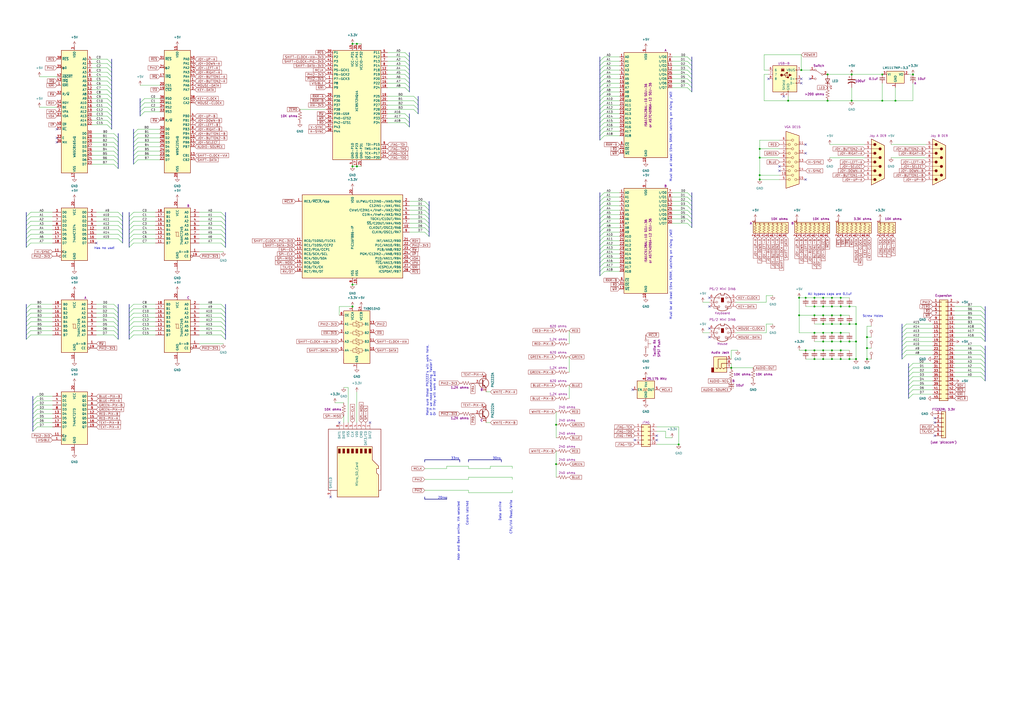
<source format=kicad_sch>
(kicad_sch (version 20230121) (generator eeschema)
  (paper "A2")
  (junction (at 511.81 43.18))
  (junction (at 487.68 187.96))
  (junction (at 487.68 198.12))
  (junction (at 482.6 187.96))
  (junction (at 482.6 203.2))
  (junction (at 492.76 187.96))
  (junction (at 482.6 208.28))
  (junction (at 204.47 25.4))
  (junction (at 487.68 172.72))
  (junction (at 494.03 58.42))
  (junction (at 477.52 193.04))
  (junction (at 487.68 177.8))
  (junction (at 487.68 193.04))
  (junction (at 492.76 177.8))
  (junction (at 204.47 96.52))
  (junction (at 496.57 198.12))
  (junction (at 207.01 25.4))
  (junction (at 477.52 172.72))
  (junction (at 502.92 208.28))
  (junction (at 472.44 172.72))
  (junction (at 440.69 91.44))
  (junction (at 477.52 182.88))
  (junction (at 207.01 96.52))
  (junction (at 393.7 257.81))
  (junction (at 477.52 187.96))
  (junction (at 472.44 182.88))
  (junction (at 440.69 86.36))
  (junction (at 477.52 203.2))
  (junction (at 502.92 201.93))
  (junction (at 472.44 193.04))
  (junction (at 472.44 203.2))
  (junction (at 482.6 193.04))
  (junction (at 204.47 165.1))
  (junction (at 477.52 198.12))
  (junction (at 529.59 43.18))
  (junction (at 464.82 40.64))
  (junction (at 492.76 198.12))
  (junction (at 480.06 58.42))
  (junction (at 480.06 43.18))
  (junction (at 477.52 177.8))
  (junction (at 492.76 208.28))
  (junction (at 424.18 213.36))
  (junction (at 467.36 172.72))
  (junction (at 487.68 208.28))
  (junction (at 487.68 182.88))
  (junction (at 496.57 187.96))
  (junction (at 511.81 58.42))
  (junction (at 463.55 182.88))
  (junction (at 482.6 182.88))
  (junction (at 519.43 58.42))
  (junction (at 482.6 172.72))
  (junction (at 482.6 198.12))
  (junction (at 482.6 177.8))
  (junction (at 472.44 177.8))
  (junction (at 463.55 172.72))
  (junction (at 494.03 43.18))
  (junction (at 502.92 195.58))
  (junction (at 457.2 58.42))
  (junction (at 440.69 104.14))
  (junction (at 322.58 269.24))
  (junction (at 487.68 203.2))
  (junction (at 204.47 177.8))
  (junction (at 467.36 203.2))
  (junction (at 472.44 208.28))
  (junction (at 440.69 101.6))
  (junction (at 477.52 208.28))
  (junction (at 322.58 246.38))
  (junction (at 496.57 208.28))
  (no_connect (at 33.02 82.55))
  (no_connect (at 191.77 288.29))
  (no_connect (at 445.77 45.72))
  (no_connect (at 33.02 74.93))
  (no_connect (at 469.9 45.72))
  (no_connect (at 542.29 242.57))
  (no_connect (at 464.82 45.72))
  (no_connect (at 411.48 190.5))
  (no_connect (at 411.48 195.58))
  (no_connect (at 367.03 226.06))
  (no_connect (at 452.12 99.06))
  (no_connect (at 542.29 245.11))
  (no_connect (at 196.85 245.11))
  (no_connect (at 454.66 55.88))
  (no_connect (at 467.36 104.14))
  (no_connect (at 467.36 83.82))
  (no_connect (at 452.12 96.52))
  (no_connect (at 214.63 245.11))
  (no_connect (at 542.29 252.73))
  (no_connect (at 411.48 177.8))
  (no_connect (at 381 255.27))
  (no_connect (at 33.02 80.01))
  (no_connect (at 368.3 255.27))
  (no_connect (at 411.48 172.72))
  (no_connect (at 467.36 88.9))
  (no_connect (at 381 252.73))
  (no_connect (at 55.88 140.97))
  (no_connect (at 464.82 48.26))
  (bus_entry (at 21.59 245.11) (size -2.54 2.54))
  (bus_entry (at 77.47 181.61) (size -2.54 2.54))
  (bus_entry (at 77.47 133.35) (size -2.54 2.54))
  (bus_entry (at 529.59 223.52) (size -2.54 2.54))
  (bus_entry (at 246.38 129.54) (size 2.54 2.54))
  (bus_entry (at 62.23 34.29) (size 2.54 2.54))
  (bus_entry (at 234.95 33.02) (size 2.54 2.54))
  (bus_entry (at 350.52 76.2) (size -2.54 2.54))
  (bus_entry (at 398.78 48.26) (size 2.54 2.54))
  (bus_entry (at 66.04 95.25) (size 2.54 2.54))
  (bus_entry (at 240.03 55.88) (size 2.54 2.54))
  (bus_entry (at 350.52 137.16) (size -2.54 2.54))
  (bus_entry (at 350.52 147.32) (size -2.54 2.54))
  (bus_entry (at 62.23 52.07) (size 2.54 2.54))
  (bus_entry (at 568.96 177.8) (size 2.54 2.54))
  (bus_entry (at 77.47 179.07) (size -2.54 2.54))
  (bus_entry (at 350.52 73.66) (size -2.54 2.54))
  (bus_entry (at 83.82 57.15) (size -2.54 2.54))
  (bus_entry (at 128.27 176.53) (size 2.54 2.54))
  (bus_entry (at 80.01 92.71) (size -2.54 2.54))
  (bus_entry (at 128.27 186.69) (size 2.54 2.54))
  (bus_entry (at 17.78 128.27) (size -2.54 2.54))
  (bus_entry (at 21.59 234.95) (size -2.54 2.54))
  (bus_entry (at 62.23 57.15) (size 2.54 2.54))
  (bus_entry (at 240.03 58.42) (size 2.54 2.54))
  (bus_entry (at 68.58 128.27) (size 2.54 2.54))
  (bus_entry (at 568.96 187.96) (size 2.54 2.54))
  (bus_entry (at 398.78 38.1) (size 2.54 2.54))
  (bus_entry (at 350.52 111.76) (size -2.54 2.54))
  (bus_entry (at 62.23 46.99) (size 2.54 2.54))
  (bus_entry (at 350.52 121.92) (size -2.54 2.54))
  (bus_entry (at 62.23 36.83) (size 2.54 2.54))
  (bus_entry (at 529.59 228.6) (size -2.54 2.54))
  (bus_entry (at 350.52 43.18) (size -2.54 2.54))
  (bus_entry (at 398.78 111.76) (size 2.54 2.54))
  (bus_entry (at 350.52 53.34) (size -2.54 2.54))
  (bus_entry (at 234.95 50.8) (size 2.54 2.54))
  (bus_entry (at 80.01 90.17) (size -2.54 2.54))
  (bus_entry (at 529.59 220.98) (size -2.54 2.54))
  (bus_entry (at 66.04 186.69) (size 2.54 2.54))
  (bus_entry (at 66.04 191.77) (size 2.54 2.54))
  (bus_entry (at 246.38 127) (size 2.54 2.54))
  (bus_entry (at 525.78 193.04) (size -2.54 2.54))
  (bus_entry (at 66.04 189.23) (size 2.54 2.54))
  (bus_entry (at 77.47 194.31) (size -2.54 2.54))
  (bus_entry (at 234.95 43.18) (size 2.54 2.54))
  (bus_entry (at 350.52 38.1) (size -2.54 2.54))
  (bus_entry (at 66.04 85.09) (size 2.54 2.54))
  (bus_entry (at 17.78 194.31) (size -2.54 2.54))
  (bus_entry (at 68.58 130.81) (size 2.54 2.54))
  (bus_entry (at 17.78 138.43) (size -2.54 2.54))
  (bus_entry (at 77.47 138.43) (size -2.54 2.54))
  (bus_entry (at 80.01 85.09) (size -2.54 2.54))
  (bus_entry (at 128.27 125.73) (size 2.54 2.54))
  (bus_entry (at 68.58 138.43) (size 2.54 2.54))
  (bus_entry (at 246.38 119.38) (size 2.54 2.54))
  (bus_entry (at 568.96 193.04) (size 2.54 2.54))
  (bus_entry (at 62.23 64.77) (size 2.54 2.54))
  (bus_entry (at 66.04 77.47) (size 2.54 2.54))
  (bus_entry (at 525.78 195.58) (size -2.54 2.54))
  (bus_entry (at 128.27 133.35) (size 2.54 2.54))
  (bus_entry (at 66.04 181.61) (size 2.54 2.54))
  (bus_entry (at 350.52 66.04) (size -2.54 2.54))
  (bus_entry (at 350.52 116.84) (size -2.54 2.54))
  (bus_entry (at 234.95 30.48) (size 2.54 2.54))
  (bus_entry (at 66.04 80.01) (size 2.54 2.54))
  (bus_entry (at 350.52 127) (size -2.54 2.54))
  (bus_entry (at 66.04 92.71) (size 2.54 2.54))
  (bus_entry (at 77.47 140.97) (size -2.54 2.54))
  (bus_entry (at 80.01 82.55) (size -2.54 2.54))
  (bus_entry (at 128.27 128.27) (size 2.54 2.54))
  (bus_entry (at 234.95 68.58) (size 2.54 2.54))
  (bus_entry (at 398.78 40.64) (size 2.54 2.54))
  (bus_entry (at 77.47 184.15) (size -2.54 2.54))
  (bus_entry (at 17.78 125.73) (size -2.54 2.54))
  (bus_entry (at 128.27 123.19) (size 2.54 2.54))
  (bus_entry (at 66.04 176.53) (size 2.54 2.54))
  (bus_entry (at 350.52 63.5) (size -2.54 2.54))
  (bus_entry (at 62.23 54.61) (size 2.54 2.54))
  (bus_entry (at 62.23 69.85) (size 2.54 2.54))
  (bus_entry (at 398.78 33.02) (size 2.54 2.54))
  (bus_entry (at 234.95 40.64) (size 2.54 2.54))
  (bus_entry (at 21.59 242.57) (size -2.54 2.54))
  (bus_entry (at 66.04 179.07) (size 2.54 2.54))
  (bus_entry (at 62.23 49.53) (size 2.54 2.54))
  (bus_entry (at 568.96 215.9) (size 2.54 2.54))
  (bus_entry (at 246.38 124.46) (size 2.54 2.54))
  (bus_entry (at 21.59 232.41) (size -2.54 2.54))
  (bus_entry (at 529.59 210.82) (size -2.54 2.54))
  (bus_entry (at 350.52 154.94) (size -2.54 2.54))
  (bus_entry (at 77.47 186.69) (size -2.54 2.54))
  (bus_entry (at 350.52 48.26) (size -2.54 2.54))
  (bus_entry (at 17.78 133.35) (size -2.54 2.54))
  (bus_entry (at 62.23 59.69) (size 2.54 2.54))
  (bus_entry (at 17.78 184.15) (size -2.54 2.54))
  (bus_entry (at 350.52 33.02) (size -2.54 2.54))
  (bus_entry (at 350.52 119.38) (size -2.54 2.54))
  (bus_entry (at 529.59 213.36) (size -2.54 2.54))
  (bus_entry (at 398.78 35.56) (size 2.54 2.54))
  (bus_entry (at 350.52 71.12) (size -2.54 2.54))
  (bus_entry (at 398.78 121.92) (size 2.54 2.54))
  (bus_entry (at 66.04 82.55) (size 2.54 2.54))
  (bus_entry (at 77.47 189.23) (size -2.54 2.54))
  (bus_entry (at 398.78 116.84) (size 2.54 2.54))
  (bus_entry (at 17.78 191.77) (size -2.54 2.54))
  (bus_entry (at 21.59 247.65) (size -2.54 2.54))
  (bus_entry (at 128.27 191.77) (size 2.54 2.54))
  (bus_entry (at 568.96 213.36) (size 2.54 2.54))
  (bus_entry (at 246.38 121.92) (size 2.54 2.54))
  (bus_entry (at 398.78 50.8) (size 2.54 2.54))
  (bus_entry (at 17.78 181.61) (size -2.54 2.54))
  (bus_entry (at 525.78 190.5) (size -2.54 2.54))
  (bus_entry (at 350.52 132.08) (size -2.54 2.54))
  (bus_entry (at 398.78 124.46) (size 2.54 2.54))
  (bus_entry (at 62.23 67.31) (size 2.54 2.54))
  (bus_entry (at 350.52 60.96) (size -2.54 2.54))
  (bus_entry (at 525.78 200.66) (size -2.54 2.54))
  (bus_entry (at 529.59 218.44) (size -2.54 2.54))
  (bus_entry (at 568.96 203.2) (size 2.54 2.54))
  (bus_entry (at 17.78 135.89) (size -2.54 2.54))
  (bus_entry (at 68.58 123.19) (size 2.54 2.54))
  (bus_entry (at 350.52 50.8) (size -2.54 2.54))
  (bus_entry (at 62.23 72.39) (size 2.54 2.54))
  (bus_entry (at 398.78 129.54) (size 2.54 2.54))
  (bus_entry (at 77.47 128.27) (size -2.54 2.54))
  (bus_entry (at 17.78 186.69) (size -2.54 2.54))
  (bus_entry (at 350.52 139.7) (size -2.54 2.54))
  (bus_entry (at 398.78 119.38) (size 2.54 2.54))
  (bus_entry (at 83.82 64.77) (size -2.54 2.54))
  (bus_entry (at 568.96 195.58) (size 2.54 2.54))
  (bus_entry (at 68.58 135.89) (size 2.54 2.54))
  (bus_entry (at 234.95 66.04) (size 2.54 2.54))
  (bus_entry (at 350.52 114.3) (size -2.54 2.54))
  (bus_entry (at 128.27 138.43) (size 2.54 2.54))
  (bus_entry (at 128.27 130.81) (size 2.54 2.54))
  (bus_entry (at 246.38 116.84) (size 2.54 2.54))
  (bus_entry (at 234.95 38.1) (size 2.54 2.54))
  (bus_entry (at 525.78 203.2) (size -2.54 2.54))
  (bus_entry (at 568.96 210.82) (size 2.54 2.54))
  (bus_entry (at 525.78 205.74) (size -2.54 2.54))
  (bus_entry (at 350.52 68.58) (size -2.54 2.54))
  (bus_entry (at 66.04 87.63) (size 2.54 2.54))
  (bus_entry (at 234.95 35.56) (size 2.54 2.54))
  (bus_entry (at 398.78 114.3) (size 2.54 2.54))
  (bus_entry (at 568.96 205.74) (size 2.54 2.54))
  (bus_entry (at 234.95 45.72) (size 2.54 2.54))
  (bus_entry (at 17.78 179.07) (size -2.54 2.54))
  (bus_entry (at 398.78 127) (size 2.54 2.54))
  (bus_entry (at 529.59 226.06) (size -2.54 2.54))
  (bus_entry (at 128.27 181.61) (size 2.54 2.54))
  (bus_entry (at 21.59 229.87) (size -2.54 2.54))
  (bus_entry (at 568.96 190.5) (size 2.54 2.54))
  (bus_entry (at 68.58 133.35) (size 2.54 2.54))
  (bus_entry (at 568.96 185.42) (size 2.54 2.54))
  (bus_entry (at 66.04 184.15) (size 2.54 2.54))
  (bus_entry (at 128.27 194.31) (size 2.54 2.54))
  (bus_entry (at 234.95 71.12) (size 2.54 2.54))
  (bus_entry (at 21.59 237.49) (size -2.54 2.54))
  (bus_entry (at 568.96 182.88) (size 2.54 2.54))
  (bus_entry (at 128.27 189.23) (size 2.54 2.54))
  (bus_entry (at 66.04 194.31) (size 2.54 2.54))
  (bus_entry (at 350.52 78.74) (size -2.54 2.54))
  (bus_entry (at 240.03 63.5) (size 2.54 2.54))
  (bus_entry (at 568.96 208.28) (size 2.54 2.54))
  (bus_entry (at 350.52 149.86) (size -2.54 2.54))
  (bus_entry (at 350.52 144.78) (size -2.54 2.54))
  (bus_entry (at 80.01 87.63) (size -2.54 2.54))
  (bus_entry (at 350.52 124.46) (size -2.54 2.54))
  (bus_entry (at 68.58 125.73) (size 2.54 2.54))
  (bus_entry (at 128.27 140.97) (size 2.54 2.54))
  (bus_entry (at 525.78 198.12) (size -2.54 2.54))
  (bus_entry (at 350.52 157.48) (size -2.54 2.54))
  (bus_entry (at 77.47 191.77) (size -2.54 2.54))
  (bus_entry (at 398.78 43.18) (size 2.54 2.54))
  (bus_entry (at 568.96 180.34) (size 2.54 2.54))
  (bus_entry (at 80.01 80.01) (size -2.54 2.54))
  (bus_entry (at 62.23 41.91) (size 2.54 2.54))
  (bus_entry (at 77.47 123.19) (size -2.54 2.54))
  (bus_entry (at 77.47 176.53) (size -2.54 2.54))
  (bus_entry (at 350.52 40.64) (size -2.54 2.54))
  (bus_entry (at 62.23 62.23) (size 2.54 2.54))
  (bus_entry (at 17.78 176.53) (size -2.54 2.54))
  (bus_entry (at 77.47 130.81) (size -2.54 2.54))
  (bus_entry (at 246.38 132.08) (size 2.54 2.54))
  (bus_entry (at 350.52 142.24) (size -2.54 2.54))
  (bus_entry (at 350.52 134.62) (size -2.54 2.54))
  (bus_entry (at 128.27 184.15) (size 2.54 2.54))
  (bus_entry (at 350.52 55.88) (size -2.54 2.54))
  (bus_entry (at 398.78 45.72) (size 2.54 2.54))
  (bus_entry (at 17.78 189.23) (size -2.54 2.54))
  (bus_entry (at 128.27 179.07) (size 2.54 2.54))
  (bus_entry (at 83.82 62.23) (size -2.54 2.54))
  (bus_entry (at 350.52 152.4) (size -2.54 2.54))
  (bus_entry (at 350.52 35.56) (size -2.54 2.54))
  (bus_entry (at 17.78 140.97) (size -2.54 2.54))
  (bus_entry (at 17.78 130.81) (size -2.54 2.54))
  (bus_entry (at 568.96 218.44) (size 2.54 2.54))
  (bus_entry (at 83.82 59.69) (size -2.54 2.54))
  (bus_entry (at 80.01 74.93) (size -2.54 2.54))
  (bus_entry (at 17.78 123.19) (size -2.54 2.54))
  (bus_entry (at 525.78 187.96) (size -2.54 2.54))
  (bus_entry (at 350.52 129.54) (size -2.54 2.54))
  (bus_entry (at 240.03 60.96) (size 2.54 2.54))
  (bus_entry (at 62.23 39.37) (size 2.54 2.54))
  (bus_entry (at 62.23 44.45) (size 2.54 2.54))
  (bus_entry (at 246.38 134.62) (size 2.54 2.54))
  (bus_entry (at 568.96 200.66) (size 2.54 2.54))
  (bus_entry (at 128.27 135.89) (size 2.54 2.54))
  (bus_entry (at 234.95 48.26) (size 2.54 2.54))
  (bus_entry (at 529.59 215.9) (size -2.54 2.54))
  (bus_entry (at 350.52 45.72) (size -2.54 2.54))
  (bus_entry (at 66.04 90.17) (size 2.54 2.54))
  (bus_entry (at 21.59 240.03) (size -2.54 2.54))
  (bus_entry (at 80.01 77.47) (size -2.54 2.54))
  (bus_entry (at 77.47 125.73) (size -2.54 2.54))
  (bus_entry (at 350.52 58.42) (size -2.54 2.54))
  (bus_entry (at 77.47 135.89) (size -2.54 2.54))
  (bus (pts (xy 74.93 140.97) (xy 74.93 143.51)))
  (bus (pts (xy 130.81 138.43) (xy 130.81 140.97)))
  (wire (pts (xy 496.57 187.96) (xy 496.57 198.12)))
  (wire (pts (xy 129.54 146.05) (xy 115.57 146.05)))
  (wire (pts (xy 350.52 40.64) (xy 359.41 40.64)))
  (bus (pts (xy 64.77 52.07) (xy 64.77 54.61)))
  (wire (pts (xy 529.59 58.42) (xy 519.43 58.42)))
  (wire (pts (xy 115.57 191.77) (xy 128.27 191.77)))
  (bus (pts (xy 77.47 85.09) (xy 77.47 87.63)))
  (bus (pts (xy 571.5 193.04) (xy 571.5 195.58)))
  (bus (pts (xy 571.5 185.42) (xy 571.5 187.96)))
  (bus (pts (xy 74.93 125.73) (xy 74.93 128.27)))
  (bus (pts (xy 15.24 140.97) (xy 15.24 143.51)))
  (wire (pts (xy 350.52 33.02) (xy 359.41 33.02)))
  (wire (pts (xy 444.5 171.45) (xy 448.31 171.45)))
  (wire (pts (xy 246.38 134.62) (xy 237.49 134.62)))
  (wire (pts (xy 487.68 203.2) (xy 492.76 203.2)))
  (bus (pts (xy 571.5 182.88) (xy 571.5 185.42)))
  (bus (pts (xy 68.58 181.61) (xy 68.58 184.15)))
  (wire (pts (xy 90.17 123.19) (xy 77.47 123.19)))
  (bus (pts (xy 237.49 48.26) (xy 237.49 50.8)))
  (wire (pts (xy 92.71 85.09) (xy 80.01 85.09)))
  (bus (pts (xy 347.98 154.94) (xy 347.98 157.48)))
  (wire (pts (xy 440.69 101.6) (xy 440.69 91.44)))
  (wire (pts (xy 443.23 40.64) (xy 445.77 40.64)))
  (bus (pts (xy 130.81 179.07) (xy 130.81 181.61)))
  (wire (pts (xy 482.6 208.28) (xy 487.68 208.28)))
  (wire (pts (xy 53.34 90.17) (xy 66.04 90.17)))
  (wire (pts (xy 62.23 72.39) (xy 53.34 72.39)))
  (bus (pts (xy 237.49 66.04) (xy 237.49 68.58)))
  (bus (pts (xy 15.24 189.23) (xy 15.24 191.77)))
  (bus (pts (xy 68.58 194.31) (xy 68.58 196.85)))
  (wire (pts (xy 398.78 124.46) (xy 389.89 124.46)))
  (wire (pts (xy 62.23 39.37) (xy 53.34 39.37)))
  (wire (pts (xy 525.78 198.12) (xy 541.02 198.12)))
  (wire (pts (xy 246.38 284.48) (xy 271.78 284.48)))
  (bus (pts (xy 347.98 63.5) (xy 347.98 66.04)))
  (wire (pts (xy 502.92 195.58) (xy 502.92 201.93)))
  (wire (pts (xy 424.18 208.28) (xy 424.18 203.2)))
  (bus (pts (xy 401.32 127) (xy 401.32 129.54)))
  (bus (pts (xy 242.57 63.5) (xy 242.57 66.04)))
  (wire (pts (xy 477.52 172.72) (xy 482.6 172.72)))
  (wire (pts (xy 386.08 254) (xy 389.89 254)))
  (wire (pts (xy 224.79 55.88) (xy 240.03 55.88)))
  (wire (pts (xy 55.88 181.61) (xy 66.04 181.61)))
  (wire (pts (xy 224.79 48.26) (xy 234.95 48.26)))
  (bus (pts (xy 237.49 33.02) (xy 237.49 35.56)))
  (bus (pts (xy 401.32 124.46) (xy 401.32 127)))
  (bus (pts (xy 64.77 49.53) (xy 64.77 52.07)))
  (wire (pts (xy 568.96 200.66) (xy 553.72 200.66)))
  (bus (pts (xy 347.98 71.12) (xy 347.98 73.66)))
  (bus (pts (xy 571.5 200.66) (xy 571.5 203.2)))
  (bus (pts (xy 571.5 187.96) (xy 571.5 190.5)))
  (wire (pts (xy 90.17 186.69) (xy 77.47 186.69)))
  (wire (pts (xy 568.96 177.8) (xy 553.72 177.8)))
  (wire (pts (xy 529.59 226.06) (xy 541.02 226.06)))
  (wire (pts (xy 246.38 271.78) (xy 259.08 271.78)))
  (wire (pts (xy 398.78 121.92) (xy 389.89 121.92)))
  (bus (pts (xy 130.81 181.61) (xy 130.81 184.15)))
  (wire (pts (xy 440.69 101.6) (xy 452.12 101.6)))
  (wire (pts (xy 496.57 198.12) (xy 496.57 208.28)))
  (wire (pts (xy 83.82 64.77) (xy 92.71 64.77)))
  (wire (pts (xy 350.52 78.74) (xy 359.41 78.74)))
  (bus (pts (xy 571.5 218.44) (xy 571.5 220.98)))
  (wire (pts (xy 480.06 58.42) (xy 494.03 58.42)))
  (wire (pts (xy 90.17 191.77) (xy 77.47 191.77)))
  (bus (pts (xy 130.81 135.89) (xy 130.81 138.43)))
  (bus (pts (xy 401.32 121.92) (xy 401.32 124.46)))
  (bus (pts (xy 347.98 121.92) (xy 347.98 124.46)))
  (wire (pts (xy 525.78 195.58) (xy 541.02 195.58)))
  (bus (pts (xy 290.83 266.7) (xy 290.83 267.97)))
  (wire (pts (xy 92.71 77.47) (xy 80.01 77.47)))
  (wire (pts (xy 492.76 187.96) (xy 496.57 187.96)))
  (wire (pts (xy 443.23 31.75) (xy 464.82 31.75)))
  (bus (pts (xy 571.5 213.36) (xy 571.5 215.9)))
  (wire (pts (xy 443.23 31.75) (xy 443.23 40.64)))
  (bus (pts (xy 19.05 229.87) (xy 19.05 232.41)))
  (bus (pts (xy 242.57 55.88) (xy 242.57 58.42)))
  (wire (pts (xy 115.57 125.73) (xy 128.27 125.73)))
  (bus (pts (xy 347.98 45.72) (xy 347.98 48.26)))
  (wire (pts (xy 529.59 213.36) (xy 541.02 213.36)))
  (wire (pts (xy 201.93 224.79) (xy 199.39 224.79)))
  (wire (pts (xy 350.52 58.42) (xy 359.41 58.42)))
  (wire (pts (xy 393.7 257.81) (xy 393.7 247.65)))
  (wire (pts (xy 83.82 59.69) (xy 92.71 59.69)))
  (wire (pts (xy 426.72 175.26) (xy 444.5 175.26)))
  (wire (pts (xy 529.59 43.18) (xy 527.05 43.18)))
  (wire (pts (xy 55.88 138.43) (xy 68.58 138.43)))
  (bus (pts (xy 74.93 186.69) (xy 74.93 189.23)))
  (bus (pts (xy 68.58 87.63) (xy 68.58 90.17)))
  (wire (pts (xy 457.2 58.42) (xy 480.06 58.42)))
  (bus (pts (xy 64.77 54.61) (xy 64.77 57.15)))
  (wire (pts (xy 350.52 129.54) (xy 359.41 129.54)))
  (bus (pts (xy 527.05 210.82) (xy 527.05 213.36)))
  (bus (pts (xy 19.05 237.49) (xy 19.05 240.03)))
  (wire (pts (xy 398.78 35.56) (xy 389.89 35.56)))
  (bus (pts (xy 237.49 35.56) (xy 237.49 38.1)))
  (bus (pts (xy 271.78 266.7) (xy 290.83 266.7)))
  (wire (pts (xy 477.52 182.88) (xy 482.6 182.88)))
  (wire (pts (xy 350.52 152.4) (xy 359.41 152.4)))
  (bus (pts (xy 401.32 111.76) (xy 401.32 114.3)))
  (bus (pts (xy 571.5 210.82) (xy 571.5 213.36)))
  (wire (pts (xy 350.52 119.38) (xy 359.41 119.38)))
  (wire (pts (xy 201.93 224.79) (xy 201.93 245.11)))
  (wire (pts (xy 487.68 182.88) (xy 492.76 182.88)))
  (wire (pts (xy 62.23 67.31) (xy 53.34 67.31)))
  (wire (pts (xy 224.79 35.56) (xy 234.95 35.56)))
  (wire (pts (xy 284.48 270.51) (xy 284.48 271.78)))
  (bus (pts (xy 81.28 62.23) (xy 81.28 64.77)))
  (wire (pts (xy 516.89 83.82) (xy 537.21 83.82)))
  (wire (pts (xy 53.34 87.63) (xy 66.04 87.63)))
  (bus (pts (xy 64.77 41.91) (xy 64.77 44.45)))
  (wire (pts (xy 297.18 284.48) (xy 297.18 285.75)))
  (wire (pts (xy 350.52 50.8) (xy 359.41 50.8)))
  (bus (pts (xy 401.32 38.1) (xy 401.32 40.64)))
  (wire (pts (xy 516.89 91.44) (xy 537.21 91.44)))
  (wire (pts (xy 330.2 191.77) (xy 330.2 199.39)))
  (wire (pts (xy 92.71 92.71) (xy 80.01 92.71)))
  (bus (pts (xy 248.92 127) (xy 248.92 129.54)))
  (bus (pts (xy 15.24 138.43) (xy 15.24 140.97)))
  (bus (pts (xy 242.57 60.96) (xy 242.57 63.5)))
  (wire (pts (xy 487.68 198.12) (xy 492.76 198.12)))
  (wire (pts (xy 487.68 177.8) (xy 492.76 177.8)))
  (wire (pts (xy 62.23 49.53) (xy 53.34 49.53)))
  (wire (pts (xy 443.23 58.42) (xy 443.23 43.18)))
  (wire (pts (xy 53.34 82.55) (xy 66.04 82.55)))
  (wire (pts (xy 30.48 140.97) (xy 17.78 140.97)))
  (bus (pts (xy 347.98 137.16) (xy 347.98 139.7)))
  (bus (pts (xy 523.24 187.96) (xy 523.24 190.5)))
  (wire (pts (xy 55.88 123.19) (xy 68.58 123.19)))
  (wire (pts (xy 350.52 55.88) (xy 359.41 55.88)))
  (wire (pts (xy 115.57 140.97) (xy 128.27 140.97)))
  (bus (pts (xy 68.58 90.17) (xy 68.58 92.71)))
  (bus (pts (xy 77.47 74.93) (xy 77.47 77.47)))
  (bus (pts (xy 237.49 38.1) (xy 237.49 40.64)))
  (wire (pts (xy 398.78 48.26) (xy 389.89 48.26)))
  (wire (pts (xy 472.44 203.2) (xy 477.52 203.2)))
  (wire (pts (xy 350.52 124.46) (xy 359.41 124.46)))
  (wire (pts (xy 398.78 38.1) (xy 389.89 38.1)))
  (wire (pts (xy 511.81 48.26) (xy 511.81 58.42)))
  (wire (pts (xy 207.01 165.1) (xy 204.47 165.1)))
  (wire (pts (xy 115.57 186.69) (xy 128.27 186.69)))
  (wire (pts (xy 115.57 138.43) (xy 128.27 138.43)))
  (wire (pts (xy 467.36 203.2) (xy 472.44 203.2)))
  (bus (pts (xy 347.98 60.96) (xy 347.98 63.5)))
  (wire (pts (xy 443.23 43.18) (xy 445.77 43.18)))
  (bus (pts (xy 347.98 147.32) (xy 347.98 149.86)))
  (bus (pts (xy 68.58 80.01) (xy 68.58 82.55)))
  (wire (pts (xy 53.34 85.09) (xy 66.04 85.09)))
  (bus (pts (xy 68.58 191.77) (xy 68.58 194.31)))
  (wire (pts (xy 568.96 213.36) (xy 553.72 213.36)))
  (wire (pts (xy 83.82 57.15) (xy 92.71 57.15)))
  (wire (pts (xy 90.17 194.31) (xy 77.47 194.31)))
  (wire (pts (xy 529.59 223.52) (xy 541.02 223.52)))
  (bus (pts (xy 74.93 179.07) (xy 74.93 181.61)))
  (wire (pts (xy 519.43 50.8) (xy 519.43 58.42)))
  (bus (pts (xy 68.58 95.25) (xy 68.58 97.79)))
  (wire (pts (xy 457.2 58.42) (xy 457.2 55.88)))
  (bus (pts (xy 401.32 116.84) (xy 401.32 119.38)))
  (wire (pts (xy 350.52 111.76) (xy 359.41 111.76)))
  (wire (pts (xy 494.03 43.18) (xy 511.81 43.18)))
  (wire (pts (xy 55.88 125.73) (xy 68.58 125.73)))
  (bus (pts (xy 347.98 144.78) (xy 347.98 147.32)))
  (wire (pts (xy 297.18 270.51) (xy 297.18 271.78)))
  (bus (pts (xy 74.93 176.53) (xy 74.93 179.07)))
  (wire (pts (xy 90.17 135.89) (xy 77.47 135.89)))
  (bus (pts (xy 64.77 39.37) (xy 64.77 41.91)))
  (wire (pts (xy 90.17 133.35) (xy 77.47 133.35)))
  (bus (pts (xy 401.32 43.18) (xy 401.32 45.72)))
  (bus (pts (xy 77.47 87.63) (xy 77.47 90.17)))
  (wire (pts (xy 529.59 48.26) (xy 529.59 58.42)))
  (wire (pts (xy 246.38 121.92) (xy 237.49 121.92)))
  (wire (pts (xy 477.52 208.28) (xy 482.6 208.28)))
  (bus (pts (xy 15.24 123.19) (xy 15.24 125.73)))
  (wire (pts (xy 271.78 284.48) (xy 271.78 285.75)))
  (wire (pts (xy 322.58 238.76) (xy 322.58 246.38)))
  (wire (pts (xy 207.01 25.4) (xy 209.55 25.4)))
  (bus (pts (xy 347.98 43.18) (xy 347.98 45.72)))
  (wire (pts (xy 224.79 33.02) (xy 234.95 33.02)))
  (bus (pts (xy 347.98 114.3) (xy 347.98 116.84)))
  (bus (pts (xy 15.24 125.73) (xy 15.24 128.27)))
  (wire (pts (xy 21.59 247.65) (xy 30.48 247.65)))
  (wire (pts (xy 90.17 184.15) (xy 77.47 184.15)))
  (wire (pts (xy 440.69 86.36) (xy 440.69 81.28)))
  (bus (pts (xy 248.92 124.46) (xy 248.92 127)))
  (wire (pts (xy 330.2 207.01) (xy 330.2 215.9)))
  (wire (pts (xy 55.88 184.15) (xy 66.04 184.15)))
  (wire (pts (xy 62.23 52.07) (xy 53.34 52.07)))
  (wire (pts (xy 92.71 82.55) (xy 80.01 82.55)))
  (bus (pts (xy 347.98 76.2) (xy 347.98 78.74)))
  (bus (pts (xy 74.93 135.89) (xy 74.93 138.43)))
  (wire (pts (xy 92.71 74.93) (xy 80.01 74.93)))
  (wire (pts (xy 90.17 128.27) (xy 77.47 128.27)))
  (wire (pts (xy 30.48 179.07) (xy 17.78 179.07)))
  (wire (pts (xy 502.92 201.93) (xy 502.92 208.28)))
  (wire (pts (xy 350.52 127) (xy 359.41 127)))
  (bus (pts (xy 523.24 205.74) (xy 523.24 208.28)))
  (wire (pts (xy 398.78 129.54) (xy 389.89 129.54)))
  (bus (pts (xy 19.05 234.95) (xy 19.05 237.49)))
  (wire (pts (xy 62.23 59.69) (xy 53.34 59.69)))
  (bus (pts (xy 71.12 138.43) (xy 71.12 140.97)))
  (wire (pts (xy 424.18 213.36) (xy 436.88 213.36)))
  (bus (pts (xy 527.05 213.36) (xy 527.05 215.9)))
  (wire (pts (xy 53.34 95.25) (xy 66.04 95.25)))
  (wire (pts (xy 115.57 184.15) (xy 128.27 184.15)))
  (bus (pts (xy 64.77 62.23) (xy 64.77 64.77)))
  (wire (pts (xy 477.52 198.12) (xy 482.6 198.12)))
  (wire (pts (xy 246.38 132.08) (xy 237.49 132.08)))
  (wire (pts (xy 204.47 96.52) (xy 207.01 96.52)))
  (wire (pts (xy 90.17 176.53) (xy 77.47 176.53)))
  (wire (pts (xy 494.03 58.42) (xy 511.81 58.42)))
  (wire (pts (xy 224.79 50.8) (xy 234.95 50.8)))
  (wire (pts (xy 350.52 35.56) (xy 359.41 35.56)))
  (wire (pts (xy 21.59 240.03) (xy 30.48 240.03)))
  (wire (pts (xy 284.48 245.11) (xy 281.94 245.11)))
  (bus (pts (xy 74.93 194.31) (xy 74.93 196.85)))
  (wire (pts (xy 463.55 182.88) (xy 472.44 182.88)))
  (wire (pts (xy 21.59 237.49) (xy 30.48 237.49)))
  (bus (pts (xy 401.32 48.26) (xy 401.32 50.8)))
  (bus (pts (xy 242.57 58.42) (xy 242.57 60.96)))
  (bus (pts (xy 68.58 189.23) (xy 68.58 191.77)))
  (wire (pts (xy 53.34 92.71) (xy 66.04 92.71)))
  (wire (pts (xy 350.52 154.94) (xy 359.41 154.94)))
  (wire (pts (xy 529.59 228.6) (xy 541.02 228.6)))
  (wire (pts (xy 92.71 90.17) (xy 80.01 90.17)))
  (wire (pts (xy 115.57 130.81) (xy 128.27 130.81)))
  (wire (pts (xy 207.01 96.52) (xy 209.55 96.52)))
  (wire (pts (xy 487.68 187.96) (xy 492.76 187.96)))
  (wire (pts (xy 224.79 40.64) (xy 234.95 40.64)))
  (wire (pts (xy 398.78 127) (xy 389.89 127)))
  (bus (pts (xy 81.28 59.69) (xy 81.28 62.23)))
  (bus (pts (xy 68.58 82.55) (xy 68.58 85.09)))
  (wire (pts (xy 30.48 135.89) (xy 17.78 135.89)))
  (wire (pts (xy 525.78 193.04) (xy 541.02 193.04)))
  (bus (pts (xy 347.98 78.74) (xy 347.98 81.28)))
  (wire (pts (xy 30.48 130.81) (xy 17.78 130.81)))
  (wire (pts (xy 568.96 210.82) (xy 553.72 210.82)))
  (wire (pts (xy 30.48 184.15) (xy 17.78 184.15)))
  (wire (pts (xy 568.96 187.96) (xy 553.72 187.96)))
  (wire (pts (xy 525.78 200.66) (xy 541.02 200.66)))
  (bus (pts (xy 347.98 33.02) (xy 347.98 35.56)))
  (bus (pts (xy 74.93 181.61) (xy 74.93 184.15)))
  (wire (pts (xy 350.52 66.04) (xy 359.41 66.04)))
  (wire (pts (xy 481.33 83.82) (xy 501.65 83.82)))
  (wire (pts (xy 398.78 50.8) (xy 389.89 50.8)))
  (wire (pts (xy 271.78 278.13) (xy 271.78 276.86)))
  (wire (pts (xy 224.79 63.5) (xy 240.03 63.5)))
  (wire (pts (xy 472.44 193.04) (xy 477.52 193.04)))
  (bus (pts (xy 266.7 266.7) (xy 266.7 267.97)))
  (bus (pts (xy 248.92 121.92) (xy 248.92 124.46)))
  (wire (pts (xy 234.95 68.58) (xy 224.79 68.58)))
  (wire (pts (xy 90.17 181.61) (xy 77.47 181.61)))
  (bus (pts (xy 71.12 135.89) (xy 71.12 138.43)))
  (bus (pts (xy 64.77 72.39) (xy 64.77 74.93)))
  (wire (pts (xy 350.52 132.08) (xy 359.41 132.08)))
  (wire (pts (xy 482.6 198.12) (xy 487.68 198.12)))
  (wire (pts (xy 30.48 181.61) (xy 17.78 181.61)))
  (bus (pts (xy 130.81 186.69) (xy 130.81 189.23)))
  (wire (pts (xy 464.82 40.64) (xy 469.9 40.64)))
  (wire (pts (xy 440.69 81.28) (xy 452.12 81.28)))
  (bus (pts (xy 77.47 80.01) (xy 77.47 82.55)))
  (bus (pts (xy 19.05 242.57) (xy 19.05 245.11)))
  (wire (pts (xy 381 247.65) (xy 393.7 247.65)))
  (wire (pts (xy 271.78 271.78) (xy 284.48 271.78)))
  (wire (pts (xy 440.69 104.14) (xy 452.12 104.14)))
  (wire (pts (xy 568.96 218.44) (xy 553.72 218.44)))
  (wire (pts (xy 481.33 91.44) (xy 501.65 91.44)))
  (wire (pts (xy 21.59 234.95) (xy 30.48 234.95)))
  (wire (pts (xy 529.59 218.44) (xy 541.02 218.44)))
  (wire (pts (xy 463.55 172.72) (xy 463.55 182.88)))
  (wire (pts (xy 271.78 270.51) (xy 271.78 271.78)))
  (wire (pts (xy 129.54 199.39) (xy 115.57 199.39)))
  (wire (pts (xy 224.79 38.1) (xy 234.95 38.1)))
  (wire (pts (xy 350.52 45.72) (xy 359.41 45.72)))
  (wire (pts (xy 424.18 203.2) (xy 427.99 203.2)))
  (wire (pts (xy 271.78 276.86) (xy 297.18 276.86)))
  (bus (pts (xy 347.98 152.4) (xy 347.98 154.94)))
  (wire (pts (xy 568.96 185.42) (xy 553.72 185.42)))
  (wire (pts (xy 472.44 172.72) (xy 477.52 172.72)))
  (wire (pts (xy 482.6 203.2) (xy 487.68 203.2)))
  (wire (pts (xy 482.6 177.8) (xy 487.68 177.8)))
  (wire (pts (xy 467.36 208.28) (xy 472.44 208.28)))
  (wire (pts (xy 55.88 130.81) (xy 68.58 130.81)))
  (wire (pts (xy 464.82 40.64) (xy 464.82 31.75)))
  (wire (pts (xy 350.52 60.96) (xy 359.41 60.96)))
  (wire (pts (xy 568.96 193.04) (xy 553.72 193.04)))
  (wire (pts (xy 350.52 116.84) (xy 359.41 116.84)))
  (bus (pts (xy 527.05 218.44) (xy 527.05 220.98)))
  (wire (pts (xy 482.6 182.88) (xy 487.68 182.88)))
  (bus (pts (xy 68.58 186.69) (xy 68.58 189.23)))
  (bus (pts (xy 64.77 59.69) (xy 64.77 62.23)))
  (bus (pts (xy 347.98 149.86) (xy 347.98 152.4)))
  (bus (pts (xy 64.77 69.85) (xy 64.77 72.39)))
  (bus (pts (xy 15.24 128.27) (xy 15.24 130.81)))
  (bus (pts (xy 401.32 40.64) (xy 401.32 43.18)))
  (bus (pts (xy 401.32 114.3) (xy 401.32 116.84)))
  (wire (pts (xy 196.85 182.88) (xy 196.85 177.8)))
  (bus (pts (xy 74.93 138.43) (xy 74.93 140.97)))
  (wire (pts (xy 115.57 194.31) (xy 128.27 194.31)))
  (wire (pts (xy 398.78 45.72) (xy 389.89 45.72)))
  (bus (pts (xy 248.92 116.84) (xy 248.92 119.38)))
  (wire (pts (xy 568.96 215.9) (xy 553.72 215.9)))
  (bus (pts (xy 523.24 198.12) (xy 523.24 200.66)))
  (bus (pts (xy 81.28 64.77) (xy 81.28 67.31)))
  (wire (pts (xy 525.78 190.5) (xy 541.02 190.5)))
  (wire (pts (xy 90.17 140.97) (xy 77.47 140.97)))
  (bus (pts (xy 237.49 71.12) (xy 237.49 73.66)))
  (bus (pts (xy 347.98 73.66) (xy 347.98 76.2)))
  (wire (pts (xy 246.38 124.46) (xy 237.49 124.46)))
  (wire (pts (xy 350.52 134.62) (xy 359.41 134.62)))
  (bus (pts (xy 527.05 228.6) (xy 527.05 231.14)))
  (wire (pts (xy 62.23 46.99) (xy 53.34 46.99)))
  (bus (pts (xy 571.5 195.58) (xy 571.5 198.12)))
  (wire (pts (xy 55.88 135.89) (xy 68.58 135.89)))
  (wire (pts (xy 30.48 138.43) (xy 17.78 138.43)))
  (bus (pts (xy 347.98 38.1) (xy 347.98 40.64)))
  (bus (pts (xy 130.81 128.27) (xy 130.81 130.81)))
  (wire (pts (xy 350.52 68.58) (xy 359.41 68.58)))
  (bus (pts (xy 15.24 176.53) (xy 15.24 179.07)))
  (wire (pts (xy 487.68 208.28) (xy 492.76 208.28)))
  (wire (pts (xy 199.39 241.3) (xy 199.39 245.11)))
  (wire (pts (xy 350.52 149.86) (xy 359.41 149.86)))
  (wire (pts (xy 90.17 125.73) (xy 77.47 125.73)))
  (bus (pts (xy 68.58 184.15) (xy 68.58 186.69)))
  (bus (pts (xy 347.98 129.54) (xy 347.98 132.08)))
  (wire (pts (xy 297.18 276.86) (xy 297.18 278.13)))
  (bus (pts (xy 237.49 50.8) (xy 237.49 53.34)))
  (wire (pts (xy 62.23 44.45) (xy 53.34 44.45)))
  (bus (pts (xy 64.77 67.31) (xy 64.77 69.85)))
  (wire (pts (xy 467.36 172.72) (xy 472.44 172.72)))
  (wire (pts (xy 440.69 104.14) (xy 440.69 101.6)))
  (bus (pts (xy 81.28 57.15) (xy 81.28 59.69)))
  (wire (pts (xy 511.81 58.42) (xy 519.43 58.42)))
  (wire (pts (xy 492.76 198.12) (xy 496.57 198.12)))
  (bus (pts (xy 347.98 53.34) (xy 347.98 55.88)))
  (wire (pts (xy 350.52 139.7) (xy 359.41 139.7)))
  (bus (pts (xy 571.5 180.34) (xy 571.5 182.88)))
  (wire (pts (xy 568.96 208.28) (xy 553.72 208.28)))
  (wire (pts (xy 322.58 269.24) (xy 322.58 276.86)))
  (bus (pts (xy 401.32 119.38) (xy 401.32 121.92)))
  (wire (pts (xy 467.36 177.8) (xy 472.44 177.8)))
  (wire (pts (xy 83.82 62.23) (xy 92.71 62.23)))
  (bus (pts (xy 271.78 267.97) (xy 271.78 266.7)))
  (wire (pts (xy 457.2 58.42) (xy 443.23 58.42)))
  (wire (pts (xy 115.57 181.61) (xy 128.27 181.61)))
  (wire (pts (xy 173.99 63.5) (xy 189.23 63.5)))
  (wire (pts (xy 502.92 195.58) (xy 505.46 195.58)))
  (bus (pts (xy 571.5 177.8) (xy 571.5 180.34)))
  (bus (pts (xy 130.81 130.81) (xy 130.81 133.35)))
  (bus (pts (xy 15.24 194.31) (xy 15.24 196.85)))
  (bus (pts (xy 523.24 200.66) (xy 523.24 203.2)))
  (wire (pts (xy 463.55 172.72) (xy 467.36 172.72)))
  (wire (pts (xy 90.17 179.07) (xy 77.47 179.07)))
  (wire (pts (xy 30.48 133.35) (xy 17.78 133.35)))
  (wire (pts (xy 398.78 43.18) (xy 389.89 43.18)))
  (wire (pts (xy 21.59 245.11) (xy 30.48 245.11)))
  (wire (pts (xy 53.34 80.01) (xy 66.04 80.01)))
  (wire (pts (xy 115.57 133.35) (xy 128.27 133.35)))
  (bus (pts (xy 68.58 92.71) (xy 68.58 95.25)))
  (bus (pts (xy 571.5 215.9) (xy 571.5 218.44)))
  (wire (pts (xy 350.52 142.24) (xy 359.41 142.24)))
  (wire (pts (xy 55.88 191.77) (xy 66.04 191.77)))
  (wire (pts (xy 381 257.81) (xy 393.7 257.81)))
  (wire (pts (xy 350.52 76.2) (xy 359.41 76.2)))
  (wire (pts (xy 62.23 62.23) (xy 53.34 62.23)))
  (bus (pts (xy 130.81 140.97) (xy 130.81 143.51)))
  (wire (pts (xy 22.86 62.23) (xy 33.02 62.23)))
  (bus (pts (xy 15.24 186.69) (xy 15.24 189.23)))
  (bus (pts (xy 237.49 45.72) (xy 237.49 48.26)))
  (wire (pts (xy 81.28 49.53) (xy 92.71 49.53)))
  (bus (pts (xy 527.05 226.06) (xy 527.05 228.6)))
  (wire (pts (xy 62.23 34.29) (xy 53.34 34.29)))
  (wire (pts (xy 246.38 278.13) (xy 271.78 278.13)))
  (wire (pts (xy 407.67 175.26) (xy 411.48 175.26)))
  (wire (pts (xy 444.5 187.96) (xy 448.31 187.96)))
  (wire (pts (xy 55.88 176.53) (xy 66.04 176.53)))
  (wire (pts (xy 30.48 123.19) (xy 17.78 123.19)))
  (bus (pts (xy 527.05 223.52) (xy 527.05 226.06)))
  (wire (pts (xy 482.6 193.04) (xy 487.68 193.04)))
  (wire (pts (xy 55.88 179.07) (xy 66.04 179.07)))
  (wire (pts (xy 407.67 193.04) (xy 411.48 193.04)))
  (wire (pts (xy 502.92 201.93) (xy 505.46 201.93)))
  (wire (pts (xy 477.52 203.2) (xy 482.6 203.2)))
  (bus (pts (xy 68.58 77.47) (xy 68.58 80.01)))
  (bus (pts (xy 130.81 123.19) (xy 130.81 125.73)))
  (wire (pts (xy 477.52 193.04) (xy 482.6 193.04)))
  (bus (pts (xy 248.92 134.62) (xy 248.92 137.16)))
  (wire (pts (xy 381 250.19) (xy 386.08 250.19)))
  (wire (pts (xy 568.96 203.2) (xy 553.72 203.2)))
  (wire (pts (xy 30.48 229.87) (xy 21.59 229.87)))
  (wire (pts (xy 477.52 177.8) (xy 482.6 177.8)))
  (bus (pts (xy 15.24 130.81) (xy 15.24 133.35)))
  (wire (pts (xy 55.88 128.27) (xy 68.58 128.27)))
  (bus (pts (xy 246.38 266.7) (xy 266.7 266.7)))
  (bus (pts (xy 237.49 43.18) (xy 237.49 45.72)))
  (wire (pts (xy 224.79 43.18) (xy 234.95 43.18)))
  (bus (pts (xy 523.24 203.2) (xy 523.24 205.74)))
  (wire (pts (xy 502.92 189.23) (xy 502.92 195.58)))
  (bus (pts (xy 347.98 116.84) (xy 347.98 119.38)))
  (bus (pts (xy 71.12 128.27) (xy 71.12 130.81)))
  (wire (pts (xy 472.44 177.8) (xy 477.52 177.8)))
  (bus (pts (xy 248.92 119.38) (xy 248.92 121.92)))
  (bus (pts (xy 248.92 129.54) (xy 248.92 132.08)))
  (bus (pts (xy 347.98 50.8) (xy 347.98 53.34)))
  (bus (pts (xy 15.24 133.35) (xy 15.24 135.89)))
  (wire (pts (xy 30.48 186.69) (xy 17.78 186.69)))
  (wire (pts (xy 22.86 44.45) (xy 33.02 44.45)))
  (bus (pts (xy 64.77 44.45) (xy 64.77 46.99)))
  (wire (pts (xy 115.57 189.23) (xy 128.27 189.23)))
  (wire (pts (xy 115.57 179.07) (xy 128.27 179.07)))
  (wire (pts (xy 463.55 203.2) (xy 467.36 203.2)))
  (wire (pts (xy 350.52 114.3) (xy 359.41 114.3)))
  (wire (pts (xy 463.55 182.88) (xy 463.55 193.04)))
  (bus (pts (xy 347.98 58.42) (xy 347.98 60.96)))
  (bus (pts (xy 77.47 92.71) (xy 77.47 95.25)))
  (wire (pts (xy 62.23 41.91) (xy 53.34 41.91)))
  (wire (pts (xy 92.71 87.63) (xy 80.01 87.63)))
  (bus (pts (xy 64.77 34.29) (xy 64.77 36.83)))
  (wire (pts (xy 440.69 91.44) (xy 440.69 86.36)))
  (wire (pts (xy 30.48 191.77) (xy 17.78 191.77)))
  (wire (pts (xy 496.57 177.8) (xy 496.57 187.96)))
  (bus (pts (xy 237.49 30.48) (xy 237.49 33.02)))
  (bus (pts (xy 401.32 33.02) (xy 401.32 35.56)))
  (wire (pts (xy 115.57 176.53) (xy 128.27 176.53)))
  (wire (pts (xy 350.52 71.12) (xy 359.41 71.12)))
  (wire (pts (xy 62.23 64.77) (xy 53.34 64.77)))
  (bus (pts (xy 237.49 68.58) (xy 237.49 71.12)))
  (wire (pts (xy 30.48 189.23) (xy 17.78 189.23)))
  (bus (pts (xy 74.93 191.77) (xy 74.93 194.31)))
  (wire (pts (xy 30.48 176.53) (xy 17.78 176.53)))
  (bus (pts (xy 401.32 35.56) (xy 401.32 38.1)))
  (wire (pts (xy 55.88 189.23) (xy 66.04 189.23)))
  (bus (pts (xy 19.05 232.41) (xy 19.05 234.95)))
  (wire (pts (xy 568.96 190.5) (xy 553.72 190.5)))
  (wire (pts (xy 426.72 193.04) (xy 444.5 193.04)))
  (wire (pts (xy 207.01 227.33) (xy 207.01 245.11)))
  (bus (pts (xy 77.47 90.17) (xy 77.47 92.71)))
  (wire (pts (xy 389.89 33.02) (xy 398.78 33.02)))
  (wire (pts (xy 92.71 80.01) (xy 80.01 80.01)))
  (wire (pts (xy 350.52 43.18) (xy 359.41 43.18)))
  (wire (pts (xy 502.92 208.28) (xy 505.46 208.28)))
  (wire (pts (xy 204.47 25.4) (xy 207.01 25.4)))
  (bus (pts (xy 347.98 124.46) (xy 347.98 127)))
  (bus (pts (xy 130.81 133.35) (xy 130.81 135.89)))
  (bus (pts (xy 71.12 130.81) (xy 71.12 133.35)))
  (bus (pts (xy 248.92 132.08) (xy 248.92 134.62)))
  (wire (pts (xy 568.96 180.34) (xy 553.72 180.34)))
  (bus (pts (xy 401.32 129.54) (xy 401.32 132.08)))
  (bus (pts (xy 246.38 289.56) (xy 259.08 289.56)))
  (wire (pts (xy 62.23 69.85) (xy 53.34 69.85)))
  (bus (pts (xy 15.24 181.61) (xy 15.24 184.15)))
  (bus (pts (xy 64.77 57.15) (xy 64.77 59.69)))
  (wire (pts (xy 224.79 45.72) (xy 234.95 45.72)))
  (wire (pts (xy 492.76 177.8) (xy 496.57 177.8)))
  (bus (pts (xy 347.98 55.88) (xy 347.98 58.42)))
  (wire (pts (xy 194.31 233.68) (xy 199.39 233.68)))
  (wire (pts (xy 398.78 40.64) (xy 389.89 40.64)))
  (wire (pts (xy 386.08 250.19) (xy 386.08 254)))
  (wire (pts (xy 55.88 194.31) (xy 66.04 194.31)))
  (bus (pts (xy 347.98 68.58) (xy 347.98 71.12)))
  (wire (pts (xy 246.38 119.38) (xy 237.49 119.38)))
  (wire (pts (xy 234.95 71.12) (xy 224.79 71.12)))
  (wire (pts (xy 259.08 270.51) (xy 271.78 270.51)))
  (bus (pts (xy 74.93 189.23) (xy 74.93 191.77)))
  (bus (pts (xy 130.81 176.53) (xy 130.81 179.07)))
  (bus (pts (xy 130.81 125.73) (xy 130.81 128.27)))
  (wire (pts (xy 440.69 86.36) (xy 452.12 86.36)))
  (bus (pts (xy 64.77 36.83) (xy 64.77 39.37)))
  (bus (pts (xy 74.93 133.35) (xy 74.93 135.89)))
  (bus (pts (xy 347.98 119.38) (xy 347.98 121.92)))
  (bus (pts (xy 71.12 133.35) (xy 71.12 135.89)))
  (bus (pts (xy 74.93 184.15) (xy 74.93 186.69)))
  (wire (pts (xy 480.06 43.18) (xy 494.03 43.18)))
  (bus (pts (xy 347.98 127) (xy 347.98 129.54)))
  (wire (pts (xy 525.78 187.96) (xy 541.02 187.96)))
  (wire (pts (xy 350.52 137.16) (xy 359.41 137.16)))
  (wire (pts (xy 350.52 121.92) (xy 359.41 121.92)))
  (bus (pts (xy 130.81 194.31) (xy 130.81 196.85)))
  (bus (pts (xy 347.98 35.56) (xy 347.98 38.1)))
  (wire (pts (xy 568.96 182.88) (xy 553.72 182.88)))
  (bus (pts (xy 74.93 123.19) (xy 74.93 125.73)))
  (wire (pts (xy 487.68 172.72) (xy 492.76 172.72)))
  (wire (pts (xy 529.59 220.98) (xy 541.02 220.98)))
  (wire (pts (xy 259.08 270.51) (xy 259.08 271.78)))
  (wire (pts (xy 398.78 116.84) (xy 389.89 116.84)))
  (wire (pts (xy 350.52 157.48) (xy 359.41 157.48)))
  (wire (pts (xy 55.88 186.69) (xy 66.04 186.69)))
  (bus (pts (xy 19.05 247.65) (xy 19.05 250.19)))
  (bus (pts (xy 523.24 190.5) (xy 523.24 193.04)))
  (wire (pts (xy 284.48 227.33) (xy 281.94 227.33)))
  (bus (pts (xy 71.12 125.73) (xy 71.12 128.27)))
  (wire (pts (xy 115.57 123.19) (xy 128.27 123.19)))
  (bus (pts (xy 15.24 179.07) (xy 15.24 181.61)))
  (wire (pts (xy 62.23 57.15) (xy 53.34 57.15)))
  (bus (pts (xy 571.5 190.5) (xy 571.5 193.04)))
  (bus (pts (xy 571.5 208.28) (xy 571.5 210.82)))
  (bus (pts (xy 64.77 46.99) (xy 64.77 49.53)))
  (bus (pts (xy 571.5 205.74) (xy 571.5 208.28)))
  (bus (pts (xy 77.47 77.47) (xy 77.47 80.01)))
  (wire (pts (xy 237.49 116.84) (xy 246.38 116.84)))
  (wire (pts (xy 30.48 194.31) (xy 17.78 194.31)))
  (bus (pts (xy 347.98 48.26) (xy 347.98 50.8)))
  (wire (pts (xy 196.85 177.8) (xy 204.47 177.8)))
  (wire (pts (xy 90.17 138.43) (xy 77.47 138.43)))
  (wire (pts (xy 482.6 172.72) (xy 487.68 172.72)))
  (wire (pts (xy 472.44 187.96) (xy 477.52 187.96)))
  (bus (pts (xy 347.98 139.7) (xy 347.98 142.24)))
  (wire (pts (xy 389.89 111.76) (xy 398.78 111.76)))
  (bus (pts (xy 523.24 193.04) (xy 523.24 195.58)))
  (bus (pts (xy 77.47 82.55) (xy 77.47 85.09)))
  (wire (pts (xy 529.59 215.9) (xy 541.02 215.9)))
  (wire (pts (xy 30.48 125.73) (xy 17.78 125.73)))
  (wire (pts (xy 477.52 187.96) (xy 482.6 187.96)))
  (wire (pts (xy 224.79 60.96) (xy 240.03 60.96)))
  (bus (pts (xy 74.93 128.27) (xy 74.93 130.81)))
  (bus (pts (xy 347.98 157.48) (xy 347.98 160.02)))
  (wire (pts (xy 525.78 203.2) (xy 541.02 203.2)))
  (wire (pts (xy 568.96 195.58) (xy 553.72 195.58)))
  (wire (pts (xy 350.52 53.34) (xy 359.41 53.34)))
  (wire (pts (xy 463.55 193.04) (xy 472.44 193.04)))
  (wire (pts (xy 90.17 189.23) (xy 77.47 189.23)))
  (bus (pts (xy 19.05 240.03) (xy 19.05 242.57)))
  (bus (pts (xy 246.38 288.29) (xy 246.38 289.56)))
  (bus (pts (xy 237.49 40.64) (xy 237.49 43.18)))
  (wire (pts (xy 350.52 48.26) (xy 359.41 48.26)))
  (wire (pts (xy 350.52 38.1) (xy 359.41 38.1)))
  (wire (pts (xy 224.79 58.42) (xy 240.03 58.42)))
  (wire (pts (xy 246.38 129.54) (xy 237.49 129.54)))
  (wire (pts (xy 234.95 66.04) (xy 224.79 66.04)))
  (bus (pts (xy 130.81 191.77) (xy 130.81 194.31)))
  (bus (pts (xy 347.98 66.04) (xy 347.98 68.58)))
  (bus (pts (xy 347.98 111.76) (xy 347.98 114.3)))
  (wire (pts (xy 246.38 127) (xy 237.49 127)))
  (wire (pts (xy 472.44 198.12) (xy 477.52 198.12)))
  (wire (pts (xy 492.76 208.28) (xy 496.57 208.28)))
  (wire (pts (xy 525.78 205.74) (xy 541.02 205.74)))
  (wire (pts (xy 271.78 285.75) (xy 297.18 285.75)))
  (wire (pts (xy 350.52 63.5) (xy 359.41 63.5)))
  (wire (pts (xy 494.03 50.8) (xy 494.03 58.42)))
  (wire (pts (xy 115.57 128.27) (xy 128.27 128.27)))
  (wire (pts (xy 115.57 135.89) (xy 128.27 135.89)))
  (wire (pts (xy 350.52 144.78) (xy 359.41 144.78)))
  (bus (pts (xy 347.98 132.08) (xy 347.98 134.62)))
  (wire (pts (xy 90.17 130.81) (xy 77.47 130.81)))
  (bus (pts (xy 15.24 191.77) (xy 15.24 194.31)))
  (wire (pts (xy 440.69 91.44) (xy 452.12 91.44)))
  (wire (pts (xy 53.34 77.47) (xy 66.04 77.47)))
  (wire (pts (xy 444.5 175.26) (xy 444.5 171.45)))
  (wire (pts (xy 424.18 210.82) (xy 424.18 213.36)))
  (wire (pts (xy 330.2 223.52) (xy 330.2 231.14)))
  (bus (pts (xy 571.5 203.2) (xy 571.5 205.74)))
  (bus (pts (xy 64.77 64.77) (xy 64.77 67.31)))
  (wire (pts (xy 21.59 232.41) (xy 30.48 232.41)))
  (wire (pts (xy 487.68 193.04) (xy 492.76 193.04)))
  (bus (pts (xy 347.98 134.62) (xy 347.98 137.16)))
  (bus (pts (xy 401.32 50.8) (xy 401.32 53.34)))
  (bus (pts (xy 74.93 130.81) (xy 74.93 133.35)))
  (wire (pts (xy 62.23 36.83) (xy 53.34 36.83)))
  (wire (pts (xy 398.78 114.3) (xy 389.89 114.3)))
  (bus (pts (xy 401.32 45.72) (xy 401.32 48.26)))
  (bus (pts (xy 15.24 135.89) (xy 15.24 138.43)))
  (wire (pts (xy 482.6 187.96) (xy 487.68 187.96)))
  (bus (pts (xy 523.24 195.58) (xy 523.24 198.12)))
  (wire (pts (xy 444.5 193.04) (xy 444.5 187.96)))
  (wire (pts (xy 350.52 73.66) (xy 359.41 73.66)))
  (wire (pts (xy 568.96 205.74) (xy 553.72 205.74)))
  (wire (pts (xy 21.59 242.57) (xy 30.48 242.57)))
  (wire (pts (xy 398.78 119.38) (xy 389.89 119.38)))
  (wire (pts (xy 472.44 208.28) (xy 477.52 208.28)))
  (bus (pts (xy 246.38 267.97) (xy 246.38 266.7)))
  (wire (pts (xy 472.44 182.88) (xy 477.52 182.88)))
  (bus (pts (xy 68.58 179.07) (xy 68.58 181.61)))
  (bus (pts (xy 68.58 85.09) (xy 68.58 87.63)))
  (bus (pts (xy 130.81 189.23) (xy 130.81 191.77)))
  (bus (pts (xy 347.98 142.24) (xy 347.98 144.78)))
  (bus (pts (xy 68.58 176.53) (xy 68.58 179.07)))
  (wire (pts (xy 322.58 246.38) (xy 322.58 254)))
  (bus (pts (xy 527.05 215.9) (xy 527.05 218.44)))
  (wire (pts (xy 350.52 147.32) (xy 359.41 147.32)))
  (bus (pts (xy 71.12 123.19) (xy 71.12 125.73)))
  (wire (pts (xy 541.02 210.82) (xy 529.59 210.82)))
  (bus (pts (xy 347.98 40.64) (xy 347.98 43.18)))
  (bus (pts (xy 259.08 289.56) (xy 259.08 288.29)))
  (wire (pts (xy 55.88 133.35) (xy 68.58 133.35)))
  (bus (pts (xy 19.05 245.11) (xy 19.05 247.65)))
  (wire (pts (xy 62.23 54.61) (xy 53.34 54.61)))
  (wire (pts (xy 284.48 270.51) (xy 297.18 270.51)))
  (bus (pts (xy 15.24 184.15) (xy 15.24 186.69)))
  (wire (pts (xy 322.58 261.62) (xy 322.58 269.24)))
  (bus (pts (xy 527.05 220.98) (xy 527.05 223.52)))
  (wire (pts (xy 505.46 189.23) (xy 502.92 189.23)))
  (bus (pts (xy 130.81 184.15) (xy 130.81 186.69)))
  (wire (pts (xy 224.79 30.48) (xy 234.95 30.48)))
  (wire (pts (xy 30.48 128.27) (xy 17.78 128.27)))
  (text "30ns" (at 285.75 266.7 0) (effects (font (size 1.27 1.27)) (justify left bottom)))
  (text "Has no use!" (at 54.61 144.78 0) (effects (font (size 1.27 1.27)) (justify left bottom)))
  (text "20ns" (at 254 289.56 0) (effects (font (size 1.27 1.27)) (justify left bottom)))
  (text "CPU/VIA Read/Write" (at 297.18 309.88 90) (effects (font (size 1.27 1.27)) (justify left bottom)))
  (text "Colors latched" (at 271.78 304.8 90) (effects (font (size 1.27 1.27)) (justify left bottom)))
  (text "Make sure these PN2222's will work here,\nor if we need something 'faster'?\nOr if they will work at all!" (at 252.73 241.3 90) (effects (font (size 1.27 1.27)) (justify left bottom)))
  (text "All bypass caps are 0.1uF" (at 468.63 171.45 0) (effects (font (size 1.27 1.27)) (justify left bottom)))
  (text "Addr and Bank online, VIA selected" (at 266.7 290.83 90) (effects (font (size 1.27 1.27)) (justify right bottom)))
  (text "Must be at least 15ns SRAM, latching on rising /WE!" (at 389.89 185.42 90) (effects (font (size 1.27 1.27)) (justify left bottom)))
  (text "Must be at least 15ns SRAM, latching on rising /WE!" (at 389.89 105.41 90) (effects (font (size 1.27 1.27)) (justify left bottom)))
  (text "http://falstad.com/circuit/circuitjs.html?ctz=CQAgjCBMB0CsCmBaMAGELqQMwE4AceA7LJDrgGyEr6QixqwgAsWdSYYAUAEoiI7koKPHwHhIItLUiwwxFAvDRyjMMsZoMsTgHdRgyMPRCRkTgCdjhkXilG0YQyk4AXcEyYmv14xGTQcWHJhFEhDWDwmQiwUDWVCKJlyJkgmPFhCAUFUNAATeAAzAEMAVwAbF04AZS9HUyMwQU0QYrKAZ3grHnAcWkae2kQ04zQmBhH0OE4AcyhU8AN5xCxaTV1veZjPMM9nSy25zyxyU3mpKgsQA8hCWmPTW6sL-ZQjwyuTq-fz5z17w+YKwBZj+nxutBY0keII+IhWoyB8KglxUi08tykZxAzxAqKgjwx+NW2L2uKCXzQhKRlN+2PeOzp51W60J4MZFPQM3ZSKpnzWf1eAOuj1pwrugup61stQ8tXWPjqtV64HlRjSdhEsFlXD00qCDll+pVAs85E2gsozJNdEIggOZt263+lsBtBdMOd80huPmHs+GUE3oDyJepsezpF+NJ9s2nwdT2jguD-2DP1VmttVyTmecswZ-3z305vDAyv+pfFu2MYzoEy01S86q8-2arQ6XTcYENwS8RocfCYARww5HZCIxyifAwKTHySYXeEZti4EU+WK5UqlgYPb1PYcTnW-EEfboPbMvCPp7Ql6bUigsnkijUKiUL6w0C7YFgvRUWAiOEyVh6z0b0GRIU5HRAoE2XAolOSgu53lgyU9FghkPDhEh4OYYY-whYZU3WDCbUDIFCNQiQ4KbPDsOorCm3jWkGK9IFGPWZCkMcK4sNpWQ7iwvjcRFdiuJdb0XWcGpvUQZJuMGWTWyKdpOikBtvX6Gj+kU5SuikoFkFlGiDKrNA2xU5FeAOZAeyshlmhrDQRimWYDkRQVpX5LNPGstAjMaTyrP8uS+A8p1BR84KAqw5BKNcq1grct5sKM3CJXi6Su08JgxGM41XT4WTssEGTPB1fL+iKhYVUsSrcqNXL9wUS5atk+qFPEJqarEfojS0jreMohk8Ts9ZhseNDhIouF3jxFCryq2bvnYnsSrJAxJvm3LhrOZqcqRerqR9UlarGbdr1O4wl124qm3q28jqI-SkVqpEyuki6TqfR7BibE7pTKoysEiLy+AOUVotc8KwadaKmFkqzoetIYxEB45kvCyqUq0sLvMx2GxFzEHlglcKkhGborMx8KT1GcZmnrPSfulFKPOMMzdPy5Z3kBotTKU9tVMZgdFBSxRtIF5FUJW5jcdCvR4yGXdr0y7C7sUBWLtpDXFDayDNqRBW5sNpCe2xgB7cAIAgWnhyUGRJhQRxHL6CAsE4IA" (at 2.54 427.99 0) (effects (font (size 1.27 1.27)) (justify left bottom)))
  (text "33ns" (at 261.62 266.7 0) (effects (font (size 1.27 1.27)) (justify left bottom)))
  (text "Screw Holes" (at 500.38 184.15 0) (effects (font (size 1.27 1.27)) (justify left bottom)))
  (text "Data online" (at 290.83 302.26 90) (effects (font (size 1.27 1.27)) (justify left bottom)))
  (label "A6" (at 22.86 138.43 0))
  (label "B5" (at 83.82 87.63 0))
  (label "A17" (at 561.34 193.04 0))
  (label "A16" (at 351.79 73.66 0))
  (label "A7" (at 351.79 129.54 0))
  (label "D2" (at 397.51 116.84 180))
  (label "A3" (at 123.19 130.81 180))
  (label "A12" (at 351.79 63.5 0))
  (label "C5" (at 82.55 135.89 0))
  (label "A13" (at 123.19 189.23 180))
  (label "A18" (at 561.34 190.5 0))
  (label "B6" (at 62.23 92.71 180))
  (label "A11" (at 63.5 128.27 180))
  (label "D6" (at 245.11 132.08 180))
  (label "A10" (at 123.19 181.61 180))
  (label "C8" (at 55.88 54.61 0))
  (label "D7" (at 22.86 247.65 0))
  (label "B5" (at 561.34 182.88 0))
  (label "C2" (at 82.55 128.27 0))
  (label "B6" (at 561.34 180.34 0))
  (label "A5" (at 22.86 135.89 0))
  (label "A0" (at 351.79 33.02 0))
  (label "A8" (at 232.41 50.8 180))
  (label "A10" (at 63.5 125.73 180))
  (label "D4" (at 397.51 121.92 180))
  (label "C12" (at 82.55 186.69 0))
  (label "C9" (at 55.88 57.15 0))
  (label "A0" (at 22.86 123.19 0))
  (label "C4" (at 82.55 133.35 0))
  (label "A15" (at 533.4 187.96 180))
  (label "C0" (at 55.88 34.29 0))
  (label "D3" (at 22.86 237.49 0))
  (label "C13" (at 55.88 67.31 0))
  (label "A2" (at 351.79 38.1 0))
  (label "A3" (at 561.34 210.82 0))
  (label "A17" (at 232.41 68.58 180))
  (label "A0" (at 123.19 123.19 180))
  (label "A16" (at 561.34 195.58 0))
  (label "A14" (at 63.5 135.89 180))
  (label "D6" (at 22.86 245.11 0))
  (label "A5" (at 561.34 205.74 0))
  (label "A0" (at 561.34 218.44 0))
  (label "A4" (at 123.19 133.35 180))
  (label "B4" (at 21.59 186.69 0))
  (label "B4" (at 561.34 185.42 0))
  (label "A13" (at 351.79 144.78 0))
  (label "B5" (at 62.23 90.17 180))
  (label "B3" (at 561.34 187.96 0))
  (label "A0" (at 232.41 30.48 180))
  (label "C5" (at 55.88 46.99 0))
  (label "D3" (at 397.51 119.38 180))
  (label "C1" (at 82.55 125.73 0))
  (label "A7" (at 561.34 200.66 0))
  (label "C10" (at 55.88 59.69 0))
  (label "D0" (at 25.4 229.87 180))
  (label "A6" (at 351.79 48.26 0))
  (label "A16" (at 351.79 152.4 0))
  (label "D1" (at 62.23 179.07 180))
  (label "A1" (at 123.19 125.73 180))
  (label "B0" (at 233.68 55.88 180))
  (label "A10" (at 351.79 137.16 0))
  (label "A8" (at 351.79 132.08 0))
  (label "A12" (at 123.19 186.69 180))
  (label "A2" (at 22.86 128.27 0))
  (label "C14" (at 82.55 191.77 0))
  (label "C14" (at 55.88 69.85 0))
  (label "C0" (at 82.55 123.19 0))
  (label "D4" (at 533.4 220.98 0))
  (label "C9" (at 82.55 179.07 0))
  (label "A11" (at 123.19 184.15 180))
  (label "A9" (at 351.79 55.88 0))
  (label "B6" (at 83.82 90.17 0))
  (label "A8" (at 351.79 53.34 0))
  (label "A11" (at 533.4 198.12 180))
  (label "B0" (at 24.13 176.53 180))
  (label "D5" (at 245.11 129.54 180))
  (label "A4" (at 22.86 133.35 0))
  (label "A18" (at 351.79 157.48 0))
  (label "B7" (at 62.23 95.25 180))
  (label "C2" (at 55.88 39.37 0))
  (label "D6" (at 397.51 48.26 180))
  (label "A7" (at 351.79 50.8 0))
  (label "D0" (at 59.69 176.53 0))
  (label "A4" (at 351.79 121.92 0))
  (label "D6" (at 397.51 127 180))
  (label "A3" (at 351.79 119.38 0))
  (label "D2" (at 62.23 181.61 180))
  (label "A7" (at 123.19 140.97 180))
  (label "A1" (at 561.34 215.9 0))
  (label "C13" (at 82.55 189.23 0))
  (label "A11" (at 351.79 139.7 0))
  (label "C8" (at 82.55 176.53 0))
  (label "A17" (at 351.79 154.94 0))
  (label "D2" (at 533.4 215.9 0))
  (label "A2" (at 232.41 35.56 180))
  (label "C11" (at 55.88 62.23 0))
  (label "D5" (at 397.51 45.72 180))
  (label "D3" (at 62.23 184.15 180))
  (label "A2" (at 123.19 128.27 180))
  (label "D0" (at 394.97 33.02 0))
  (label "B6" (at 21.59 191.77 0))
  (label "A9" (at 123.19 179.07 180))
  (label "A1" (at 351.79 114.3 0))
  (label "D5" (at 62.23 189.23 180))
  (label "A15" (at 123.19 194.31 180))
  (label "C3" (at 55.88 41.91 0))
  (label "B7" (at 561.34 177.8 0))
  (label "C6" (at 82.55 138.43 0))
  (label "D4" (at 245.11 127 180))
  (label "A2" (at 351.79 116.84 0))
  (label "A14" (at 533.4 190.5 180))
  (label "C12" (at 55.88 64.77 0))
  (label "D4" (at 62.23 186.69 180))
  (label "B2" (at 62.23 82.55 180))
  (label "B2" (at 21.59 181.61 0))
  (label "C4" (at 55.88 44.45 0))
  (label "D3" (at 245.11 124.46 180))
  (label "B1" (at 21.59 179.07 0))
  (label "D4" (at 397.51 43.18 180))
  (label "D5" (at 533.4 223.52 0))
  (label "A1" (at 351.79 35.56 0))
  (label "D1" (at 397.51 35.56 180))
  (label "A3" (at 22.86 130.81 0))
  (label "A3" (at 232.41 38.1 180))
  (label "A8" (at 533.4 205.74 180))
  (label "D3" (at 533.4 218.44 0))
  (label "D2" (at 245.11 121.92 180))
  (label "A13" (at 63.5 133.35 180))
  (label "A5" (at 232.41 43.18 180))
  (label "B4" (at 83.82 85.09 0))
  (label "A15" (at 63.5 138.43 180))
  (label "D5" (at 397.51 124.46 180))
  (label "A5" (at 351.79 124.46 0))
  (label "C6" (at 55.88 49.53 0))
  (label "C11" (at 82.55 184.15 0))
  (label "A13" (at 533.4 193.04 180))
  (label "C1" (at 55.88 36.83 0))
  (label "A15" (at 351.79 149.86 0))
  (label "B3" (at 83.82 82.55 0))
  (label "B7" (at 21.59 194.31 0))
  (label "D4" (at 22.86 240.03 0))
  (label "C10" (at 82.55 181.61 0))
  (label "B2" (at 233.68 60.96 180))
  (label "B2" (at 83.82 80.01 0))
  (label "C0" (at 90.17 57.15 180))
  (label "A5" (at 351.79 45.72 0))
  (label "B1" (at 233.68 58.42 180))
  (label "A1" (at 232.41 33.02 180))
  (label "D2" (at 397.51 38.1 180))
  (label "D0" (at 535.94 210.82 180))
  (label "D5" (at 22.86 242.57 0))
  (label "A6" (at 351.79 127 0))
  (label "D1" (at 245.11 119.38 180))
  (label "D3" (at 397.51 40.64 180))
  (label "A12" (at 351.79 142.24 0))
  (label "D6" (at 533.4 226.06 0))
  (label "A9" (at 533.4 203.2 180))
  (label "C3" (at 90.17 64.77 180))
  (label "D1" (at 22.86 232.41 0))
  (label "D0" (at 394.97 111.76 0))
  (label "A4" (at 351.79 43.18 0))
  (label "A16" (at 232.41 66.04 180))
  (label "D7" (at 62.23 194.31 180))
  (label "A1" (at 22.86 125.73 0))
  (label "A7" (at 232.41 48.26 180))
  (label "B0" (at 86.36 74.93 180))
  (label "A6" (at 123.19 138.43 180))
  (label "D7" (at 397.51 129.54 180))
  (label "D1" (at 533.4 213.36 0))
  (label "A13" (at 351.79 66.04 0))
  (label "D2" (at 22.86 234.95 0))
  (label "A10" (at 351.79 58.42 0))
  (label "A12" (at 63.5 130.81 180))
  (label "C7" (at 55.88 52.07 0))
  (label "A15" (at 351.79 71.12 0))
  (label "C3" (at 82.55 130.81 0))
  (label "A2" (at 561.34 213.36 0))
  (label "A14" (at 123.19 191.77 180))
  (label "A9" (at 351.79 134.62 0))
  (label "B3" (at 62.23 85.09 180))
  (label "A14" (at 351.79 68.58 0))
  (label "A18" (at 351.79 78.74 0))
  (label "A6" (at 232.41 45.72 180))
  (label "A9" (at 63.5 123.19 180))
  (label "A4" (at 232.41 40.64 180))
  (label "C2" (at 90.17 62.23 180))
  (label "B4" (at 62.23 87.63 180))
  (label "A6" (at 561.34 203.2 0))
  (label "B1" (at 83.82 77.47 0))
  (label "D7" (at 533.4 228.6 0))
  (label "D7" (at 397.51 50.8 180))
  (label "C1" (at 90.17 59.69 180))
  (label "B7" (at 83.82 92.71 0))
  (label "A14" (at 351.79 147.32 0))
  (label "C7" (at 82.55 140.97 0))
  (label "A12" (at 533.4 195.58 180))
  (label "A17" (at 351.79 76.2 0))
  (label "B0" (at 59.69 77.47 0))
  (label "B5" (at 21.59 189.23 0))
  (label "A3" (at 351.79 40.64 0))
  (label "A5" (at 123.19 135.89 180))
  (label "D1" (at 397.51 114.3 180))
  (label "D6" (at 62.23 191.77 180))
  (label "C15" (at 55.88 72.39 0))
  (label "A10" (at 533.4 200.66 180))
  (label "B3" (at 233.68 63.5 180))
  (label "A7" (at 22.86 140.97 0))
  (label "A0" (at 351.79 111.76 0))
  (label "B3" (at 21.59 184.15 0))
  (label "A18" (at 232.41 71.12 180))
  (label "D7" (at 245.11 134.62 180))
  (label "D0" (at 242.57 116.84 0))
  (label "B1" (at 62.23 80.01 180))
  (label "A8" (at 123.19 176.53 180))
  (label "A4" (at 561.34 208.28 0))
  (label "A11" (at 351.79 60.96 0))
  (label "C15" (at 82.55 194.31 0))
  (global_label "RED-PIX-A" (shape input) (at 55.88 242.57 0) (property "Intersheetrefs" "${INTERSHEET_REFS}" (effects hide)))
  (global_label "JOY-DOWN-A" (shape input) (at 440.69 137.16 270) (property "Intersheetrefs" "${INTERSHEET_REFS}" (effects hide)))
  (global_label "JOY-RIGHT-A" (shape input) (at 501.65 88.9 180) (property "Intersheetrefs" "${INTERSHEET_REFS}" (effects hide)))
  (global_label "BLUE-PIX-B" (shape input) (at 55.88 229.87 0) (property "Intersheetrefs" "${INTERSHEET_REFS}" (effects hide)))
  (global_label "JOY-UP-B" (shape input) (at 537.21 104.14 180) (property "Intersheetrefs" "${INTERSHEET_REFS}" (effects hide)))
  (global_label "~{RAM-A}" (shape input) (at 359.41 83.82 180) (property "Intersheetrefs" "${INTERSHEET_REFS}" (effects hide)))
  (global_label "JTAG-TDI" (shape input) (at 224.79 83.82 0) (property "Intersheetrefs" "${INTERSHEET_REFS}" (effects hide)))
  (global_label "JTAG-TCK" (shape input) (at 224.79 88.9 0) (property "Intersheetrefs" "${INTERSHEET_REFS}" (effects hide)))
  (global_label "JOY-UP-B" (shape input) (at 462.28 137.16 270) (property "Intersheetrefs" "${INTERSHEET_REFS}" (effects hide)))
  (global_label "WHITE-PIX-A" (shape input) (at 322.58 238.76 180) (property "Intersheetrefs" "${INTERSHEET_REFS}" (effects hide)))
  (global_label "PHI2" (shape input) (at 217.17 187.96 0) (property "Intersheetrefs" "${INTERSHEET_REFS}" (effects hide)))
  (global_label "MOUSE-DATA" (shape input) (at 113.03 49.53 0) (property "Intersheetrefs" "${INTERSHEET_REFS}" (effects hide)))
  (global_label "~{NMI}" (shape input) (at 488.95 137.16 270) (property "Intersheetrefs" "${INTERSHEET_REFS}" (effects hide)))
  (global_label "MOUSE-DATA" (shape input) (at 426.72 195.58 0) (property "Intersheetrefs" "${INTERSHEET_REFS}" (effects hide)))
  (global_label "AUDIO-OUT" (shape input) (at 436.88 213.36 0) (property "Intersheetrefs" "${INTERSHEET_REFS}" (effects hide)))
  (global_label "H-SYNC" (shape input) (at 189.23 76.2 180) (property "Intersheetrefs" "${INTERSHEET_REFS}" (effects hide)))
  (global_label "~{ZERO}" (shape input) (at 173.99 63.5 180) (property "Intersheetrefs" "${INTERSHEET_REFS}" (effects hide)))
  (global_label "~{VIA}" (shape input) (at 92.71 52.07 180) (property "Intersheetrefs" "${INTERSHEET_REFS}" (effects hide)))
  (global_label "RX{slash}DT" (shape input) (at 171.45 157.48 180) (property "Intersheetrefs" "${INTERSHEET_REFS}" (effects hide)))
  (global_label "KEY-DATA" (shape input) (at 113.03 52.07 0) (property "Intersheetrefs" "${INTERSHEET_REFS}" (effects hide)))
  (global_label "JOY-LEFT-B" (shape input) (at 467.36 137.16 270) (property "Intersheetrefs" "${INTERSHEET_REFS}" (effects hide)))
  (global_label "JOY-BUTTON2-A" (shape input) (at 113.03 46.99 0) (property "Intersheetrefs" "${INTERSHEET_REFS}" (effects hide)))
  (global_label "RED" (shape input) (at 330.2 261.62 0) (property "Intersheetrefs" "${INTERSHEET_REFS}" (effects hide)))
  (global_label "~{RW}" (shape input) (at 55.88 199.39 0) (property "Intersheetrefs" "${INTERSHEET_REFS}" (effects hide)))
  (global_label "~{NMI}" (shape input) (at 237.49 154.94 0) (property "Intersheetrefs" "${INTERSHEET_REFS}" (effects hide)))
  (global_label "~{RW}" (shape input) (at 92.71 69.85 180) (property "Intersheetrefs" "${INTERSHEET_REFS}" (effects hide)))
  (global_label "~{VP}" (shape input) (at 237.49 147.32 0) (property "Intersheetrefs" "${INTERSHEET_REFS}" (effects hide)))
  (global_label "SHIFT-CLOCK-PIC-3V3" (shape input) (at 189.23 35.56 180) (property "Intersheetrefs" "${INTERSHEET_REFS}" (effects hide)))
  (global_label "JOY-SELECT" (shape input) (at 477.52 137.16 270) (property "Intersheetrefs" "${INTERSHEET_REFS}" (effects hide)))
  (global_label "PHI2" (shape input) (at 541.02 175.26 180) (property "Intersheetrefs" "${INTERSHEET_REFS}" (effects hide)))
  (global_label "VPA" (shape input) (at 33.02 64.77 180) (property "Intersheetrefs" "${INTERSHEET_REFS}" (effects hide)))
  (global_label "~{PHI2-3V3}" (shape input) (at 115.57 148.59 0) (property "Intersheetrefs" "${INTERSHEET_REFS}" (effects hide)))
  (global_label "JOY-BUTTON1-A" (shape input) (at 501.65 101.6 180) (property "Intersheetrefs" "${INTERSHEET_REFS}" (effects hide)))
  (global_label "~{RES}" (shape input) (at 189.23 30.48 180) (property "Intersheetrefs" "${INTERSHEET_REFS}" (effects hide)))
  (global_label "JOY-RIGHT-A" (shape input) (at 445.77 137.16 270) (property "Intersheetrefs" "${INTERSHEET_REFS}" (effects hide)))
  (global_label "RDY" (shape input) (at 33.02 59.69 180) (property "Intersheetrefs" "${INTERSHEET_REFS}" (effects hide)))
  (global_label "~{WR}" (shape input) (at 541.02 182.88 180) (property "Intersheetrefs" "${INTERSHEET_REFS}" (effects hide)))
  (global_label "BLUE" (shape input) (at 330.2 254 0) (property "Intersheetrefs" "${INTERSHEET_REFS}" (effects hide)))
  (global_label "SHIFT-CLOCK-VIA-3V3" (shape input) (at 189.23 33.02 180) (property "Intersheetrefs" "${INTERSHEET_REFS}" (effects hide)))
  (global_label "H-SYNC" (shape input) (at 30.48 146.05 180) (property "Intersheetrefs" "${INTERSHEET_REFS}" (effects hide)))
  (global_label "WHITE-PIX-B" (shape input) (at 322.58 261.62 180) (property "Intersheetrefs" "${INTERSHEET_REFS}" (effects hide)))
  (global_label "~{WR}" (shape input) (at 359.41 167.64 180) (property "Intersheetrefs" "${INTERSHEET_REFS}" (effects hide)))
  (global_label "RED-PIX-A" (shape input) (at 322.58 191.77 180) (property "Intersheetrefs" "${INTERSHEET_REFS}" (effects hide)))
  (global_label "PHI2" (shape input) (at 33.02 39.37 180) (property "Intersheetrefs" "${INTERSHEET_REFS}" (effects hide)))
  (global_label "PRA" (shape input) (at 274.32 222.25 270) (property "Intersheetrefs" "${INTERSHEET_REFS}" (effects hide)))
  (global_label "~{VIA-3V3}" (shape input) (at 189.23 60.96 180) (property "Intersheetrefs" "${INTERSHEET_REFS}" (effects hide)))
  (global_label "POWER" (shape input) (at 464.82 31.75 0) (property "Intersheetrefs" "${INTERSHEET_REFS}" (effects hide)))
  (global_label "JOY-DOWN-B" (shape input) (at 464.82 137.16 270) (property "Intersheetrefs" "${INTERSHEET_REFS}" (effects hide)))
  (global_label "TEXT-PIX-A" (shape input) (at 281.94 217.17 180) (property "Intersheetrefs" "${INTERSHEET_REFS}" (effects hide)))
  (global_label "JOY-UP-A" (shape input) (at 438.15 137.16 270) (property "Intersheetrefs" "${INTERSHEET_REFS}" (effects hide)))
  (global_label "BLUE" (shape input) (at 452.12 93.98 180) (property "Intersheetrefs" "${INTERSHEET_REFS}" (effects hide)))
  (global_label "JTAG-TDI" (shape input) (at 518.16 137.16 270) (property "Intersheetrefs" "${INTERSHEET_REFS}" (effects hide)))
  (global_label "RED-PIX-B" (shape input) (at 55.88 240.03 0) (property "Intersheetrefs" "${INTERSHEET_REFS}" (effects hide)))
  (global_label "~{RD}" (shape input) (at 189.23 71.12 180) (property "Intersheetrefs" "${INTERSHEET_REFS}" (effects hide)))
  (global_label "TX{slash}CK" (shape input) (at 171.45 154.94 180) (property "Intersheetrefs" "${INTERSHEET_REFS}" (effects hide)))
  (global_label "JOY-LEFT-B" (shape input) (at 113.03 72.39 0) (property "Intersheetrefs" "${INTERSHEET_REFS}" (effects hide)))
  (global_label "JOY-BUTTON1-B" (shape input) (at 472.44 137.16 270) (property "Intersheetrefs" "${INTERSHEET_REFS}" (effects hide)))
  (global_label "AUDIO-SOURCE" (shape input) (at 424.18 226.06 180) (property "Intersheetrefs" "${INTERSHEET_REFS}" (effects hide)))
  (global_label "~{IRQ}" (shape input) (at 92.71 44.45 180) (property "Intersheetrefs" "${INTERSHEET_REFS}" (effects hide)))
  (global_label "MOUSE-CLOCK" (shape input) (at 113.03 59.69 0) (property "Intersheetrefs" "${INTERSHEET_REFS}" (effects hide)))
  (global_label "PHI2-3V3" (shape input) (at 266.7 222.25 180) (property "Intersheetrefs" "${INTERSHEET_REFS}" (effects hide)))
  (global_label "AUDIO-NEG" (shape input) (at 424.18 220.98 180) (property "Intersheetrefs" "${INTERSHEET_REFS}" (effects hide)))
  (global_label "AUDIO-SOURCE" (shape input) (at 113.03 85.09 0) (property "Intersheetrefs" "${INTERSHEET_REFS}" (effects hide)))
  (global_label "JOY-RIGHT-A" (shape input) (at 113.03 41.91 0) (property "Intersheetrefs" "${INTERSHEET_REFS}" (effects hide)))
  (global_label "JOY-UP-A" (shape input) (at 113.03 34.29 0) (property "Intersheetrefs" "${INTERSHEET_REFS}" (effects hide)))
  (global_label "JTAG-TMS" (shape input) (at 224.79 86.36 0) (property "Intersheetrefs" "${INTERSHEET_REFS}" (effects hide)))
  (global_label "BLUE" (shape input) (at 330.2 223.52 0) (property "Intersheetrefs" "${INTERSHEET_REFS}" (effects hide)))
  (global_label "~{RD}" (shape input) (at 359.41 165.1 180) (property "Intersheetrefs" "${INTERSHEET_REFS}" (effects hide)))
  (global_label "V-SYNC" (shape input) (at 467.36 99.06 0) (property "Intersheetrefs" "${INTERSHEET_REFS}" (effects hide)))
  (global_label "JTAG-TCK" (shape input) (at 510.54 137.16 270) (property "Intersheetrefs" "${INTERSHEET_REFS}" (effects hide)))
  (global_label "~{VIA}" (shape input) (at 217.17 193.04 0) (property "Intersheetrefs" "${INTERSHEET_REFS}" (effects hide)))
  (global_label "~{RAM-B}" (shape input) (at 359.41 162.56 180) (property "Intersheetrefs" "${INTERSHEET_REFS}" (effects hide)))
  (global_label "MOUSE-CLOCK" (shape input) (at 426.72 190.5 0) (property "Intersheetrefs" "${INTERSHEET_REFS}" (effects hide)))
  (global_label "JOY-RIGHT-B" (shape input) (at 469.9 137.16 270) (property "Intersheetrefs" "${INTERSHEET_REFS}" (effects hide)))
  (global_label "JOY-RIGHT-B" (shape input) (at 113.03 74.93 0) (property "Intersheetrefs" "${INTERSHEET_REFS}" (effects hide)))
  (global_label "~{NMI}" (shape input) (at 553.72 228.6 0) (property "Intersheetrefs" "${INTERSHEET_REFS}" (effects hide)))
  (global_label "JOY-UP-A" (shape input) (at 501.65 104.14 180) (property "Intersheetrefs" "${INTERSHEET_REFS}" (effects hide)))
  (global_label "GREEN" (shape input) (at 330.2 207.01 0) (property "Intersheetrefs" "${INTERSHEET_REFS}" (effects hide)))
  (global_label "~{VIA-3V3}" (shape input) (at 196.85 193.04 180) (property "Intersheetrefs" "${INTERSHEET_REFS}" (effects hide)))
  (global_label "~{PHI2}" (shape input) (at 246.38 284.48 180) (property "Intersheetrefs" "${INTERSHEET_REFS}" (effects hide)))
  (global_label "KEY-DATA" (shape input) (at 426.72 177.8 0) (property "Intersheetrefs" "${INTERSHEET_REFS}" (effects hide)))
  (global_label "SPI-CLK" (shape input) (at 171.45 147.32 180) (property "Intersheetrefs" "${INTERSHEET_REFS}" (effects hide)))
  (global_label "JOY-SELECT" (shape input) (at 501.65 96.52 180) (property "Intersheetrefs" "${INTERSHEET_REFS}" (effects hide)))
  (global_label "SHIFT-DATA-3V3" (shape input) (at 196.85 203.2 180) (property "Intersheetrefs" "${INTERSHEET_REFS}" (effects hide)))
  (global_label "JOY-DOWN-B" (shape input) (at 113.03 69.85 0) (property "Intersheetrefs" "${INTERSHEET_REFS}" (effects hide)))
  (global_label "~{VP}" (shape input) (at 33.02 72.39 180) (property "Intersheetrefs" "${INTERSHEET_REFS}" (effects hide)))
  (global_label "KEY-CLOCK" (shape input) (at 113.03 57.15 0) (property "Intersheetrefs" "${INTERSHEET_REFS}" (effects hide)))
  (global_label "SPI-MISO" (shape input) (at 199.39 241.3 180) (property "Intersheetrefs" "${INTERSHEET_REFS}" (effects hide)))
  (global_label "JTAG-TDO" (shape input) (at 224.79 91.44 0) (property "Intersheetrefs" "${INTERSHEET_REFS}" (effects hide)))
  (global_label "JOY-DOWN-A" (shape input) (at 501.65 99.06 180) (property "Intersheetrefs" "${INTERSHEET_REFS}" (effects hide)))
  (global_label "JOY-SELECT" (shape input) (at 537.21 96.52 180) (property "Intersheetrefs" "${INTERSHEET_REFS}" (effects hide)))
  (global_label "JTAG-TMS" (shape input) (at 368.3 252.73 180) (property "Intersheetrefs" "${INTERSHEET_REFS}" (effects hide)))
  (global_label "~{RES}" (shape input) (at 237.49 157.48 0) (property "Intersheetrefs" "${INTERSHEET_REFS}" (effects hide)))
  (global_label "~{MCLR}" (shape input) (at 374.65 194.31 0) (property "Intersheetrefs" "${INTERSHEET_REFS}" (effects hide)))
  (global_label "GREEN" (shape input) (at 330.2 246.38 0) (property "Intersheetrefs" "${INTERSHEET_REFS}" (effects hide)))
  (global_label "PRB" (shape input) (at 274.32 240.03 270) (property "Intersheetrefs" "${INTERSHEET_REFS}" (effects hide)))
  (global_label "SHIFT-CLOCK-VIA" (shape input) (at 453.39 137.16 270) (property "Intersheetrefs" "${INTERSHEET_REFS}" (effects hide)))
  (global_label "~{RAM-B}" (shape input) (at 189.23 58.42 180) (property "Intersheetrefs" "${INTERSHEET_REFS}" (effects hide)))
  (global_label "JOY-LEFT-B" (shape input) (at 537.21 93.98 180) (property "Intersheetrefs" "${INTERSHEET_REFS}" (effects hide)))
  (global_label "KEY-CLOCK" (shape input) (at 504.19 137.16 270) (property "Intersheetrefs" "${INTERSHEET_REFS}" (effects hide)))
  (global_label "JOY-BUTTON2-A" (shape input) (at 501.65 86.36 180) (property "Intersheetrefs" "${INTERSHEET_REFS}" (effects hide)))
  (global_label "LED" (shape input) (at 480.06 50.8 180) (property "Intersheetrefs" "${INTERSHEET_REFS}" (effects hide)))
  (global_label "MCLK" (shape input) (at 246.38 271.78 180) (property "Intersheetrefs" "${INTERSHEET_REFS}" (effects hide)))
  (global_label "JOY-BUTTON2-B" (shape input) (at 537.21 86.36 180) (property "Intersheetrefs" "${INTERSHEET_REFS}" (effects hide)))
  (global_label "~{RW}" (shape input) (at 189.23 66.04 180) (property "Intersheetrefs" "${INTERSHEET_REFS}" (effects hide)))
  (global_label "JOY-DOWN-A" (shape input) (at 113.03 36.83 0) (property "Intersheetrefs" "${INTERSHEET_REFS}" (effects hide)))
  (global_label "SHIFT-DATA-3V3" (shape input) (at 189.23 38.1 180) (property "Intersheetrefs" "${INTERSHEET_REFS}" (effects hide)))
  (global_label "TEXT-PIX-B" (shape input) (at 55.88 245.11 0) (property "Intersheetrefs" "${INTERSHEET_REFS}" (effects hide)))
  (global_label "~{RD}" (shape input) (at 359.41 86.36 180) (property "Intersheetrefs" "${INTERSHEET_REFS}" (effects hide)))
  (global_label "PHI2" (shape input) (at 246.38 278.13 180) (property "Intersheetrefs" "${INTERSHEET_REFS}" (effects hide)))
  (global_label "RX{slash}DT" (shape input) (at 542.29 247.65 180) (property "Intersheetrefs" "${INTERSHEET_REFS}" (effects hide)))
  (global_label "JOY-BUTTON2-B" (shape input) (at 113.03 80.01 0) (property "Intersheetrefs" "${INTERSHEET_REFS}" (effects hide)))
  (global_label "~{RES}" (shape input) (at 486.41 137.16 270) (property "Intersheetrefs" "${INTERSHEET_REFS}" (effects hide)))
  (global_label "SPI-CS" (shape input) (at 212.09 245.11 90) (property "Intersheetrefs" "${INTERSHEET_REFS}" (effects hide)))
  (global_label "JOY-DOWN-B" (shape input) (at 537.21 99.06 180) (property "Intersheetrefs" "${INTERSHEET_REFS}" (effects hide)))
  (global_label "KEY-DATA" (shape input) (at 501.65 137.16 270) (property "Intersheetrefs" "${INTERSHEET_REFS}" (effects hide)))
  (global_label "JTAG-TMS" (shape input) (at 515.62 137.16 270) (property "Intersheetrefs" "${INTERSHEET_REFS}" (effects hide)))
  (global_label "PHI2-3V3" (shape input) (at 30.48 252.73 180) (property "Intersheetrefs" "${INTERSHEET_REFS}" (effects hide)))
  (global_label "~{MCLR}" (shape input) (at 553.72 231.14 0) (property "Intersheetrefs" "${INTERSHEET_REFS}" (effects hide)))
  (global_label "JOY-UP-B" (shape input) (at 113.03 67.31 0) (property "Intersheetrefs" "${INTERSHEET_REFS}" (effects hide)))
  (global_label "~{RAM-A}" (shape input) (at 189.23 55.88 180) (property "Intersheetrefs" "${INTERSHEET_REFS}" (effects hide)))
  (global_label "PHI2-3V3" (shape input) (at 196.85 187.96 180) (property "Intersheetrefs" "${INTERSHEET_REFS}" (effects hide)))
  (global_label "JTAG-TCK" (shape input) (at 368.3 247.65 180) (property "Intersheetrefs" "${INTERSHEET_REFS}" (effects hide)))
  (global_label "KEY-CLOCK" (shape input) (at 426.72 172.72 0) (property "Intersheetrefs" "${INTERSHEET_REFS}" (effects hide)))
  (global_label "JTAG-TDI" (shape input) (at 368.3 257.81 180) (property "Intersheetrefs" "${INTERSHEET_REFS}" (effects hide)))
  (global_label "JOY-BUTTON2-B" (shape input) (at 474.98 137.16 270) (property "Intersheetrefs" "${INTERSHEET_REFS}" (effects hide)))
  (global_label "MCLK" (shape input) (at 189.23 40.64 180) (property "Intersheetrefs" "${INTERSHEET_REFS}" (effects hide)))
  (global_label "SHIFT-DATA" (shape input) (at 113.03 92.71 0) (property "Intersheetrefs" "${INTERSHEET_REFS}" (effects hide)))
  (global_label "RED" (shape input) (at 330.2 238.76 0) (property "Intersheetrefs" "${INTERSHEET_REFS}" (effects hide)))
  (global_label "~{WR}" (shape input) (at 359.41 88.9 180) (property "Intersheetrefs" "${INTERSHEET_REFS}" (effects hide)))
  (global_label "~{WR}" (shape input) (at 189.23 68.58 180) (property "Intersheetrefs" "${INTERSHEET_REFS}" (effects hide)))
  (global_label "RDY" (shape input) (at 494.03 137.16 270) (property "Intersheetrefs" "${INTERSHEET_REFS}" (effects hide)))
  (global_label "SHIFT-DATA" (shape input) (at 217.17 203.2 0) (property "Intersheetrefs" "${INTERSHEET_REFS}" (effects hide)))
  (global_label "SPI-CS" (shape input) (at 171.45 144.78 180) (property "Intersheetrefs" "${INTERSHEET_REFS}" (effects hide)))
  (global_label "JOY-LEFT-A" (shape input) (at 113.03 39.37 0) (property "Intersheetrefs" "${INTERSHEET_REFS}" (effects hide)))
  (global_label "~{MCLR}" (shape input) (at 171.45 116.84 180) (property "Intersheetrefs" "${INTERSHEET_REFS}" (effects hide)))
  (global_label "TX{slash}CK" (shape input) (at 542.29 250.19 180) (property "Intersheetrefs" "${INTERSHEET_REFS}" (effects hide)))
  (global_label "SPI-MOSI" (shape input) (at 209.55 245.11 90) (property "Intersheetrefs" "${INTERSHEET_REFS}" (effects hide)))
  (global_label "JOY-LEFT-A" (shape input) (at 443.23 137.16 270) (property "Intersheetrefs" "${INTERSHEET_REFS}" (effects hide)))
  (global_label "SHIFT-DATA-3V3" (shape input) (at 171.45 142.24 180) (property "Intersheetrefs" "${INTERSHEET_REFS}" (effects hide)))
  (global_label "SHIFT-CLOCK-VIA" (shape input) (at 113.03 90.17 0) (property "Intersheetrefs" "${INTERSHEET_REFS}" (effects hide)))
  (global_label "MCLK" (shape input) (at 382.27 226.06 0) (property "Intersheetrefs" "${INTERSHEET_REFS}" (effects hide)))
  (global_label "~{PHI2-3V3}" (shape input) (at 115.57 201.93 0) (property "Intersheetrefs" "${INTERSHEET_REFS}" (effects hide)))
  (global_label "~{PHI2-3V3}" (shape input) (at 189.23 45.72 180) (property "Intersheetrefs" "${INTERSHEET_REFS}" (effects hide)))
  (global_label "WHITE-PIX-A" (shape input) (at 284.48 227.33 0) (property "Intersheetrefs" "${INTERSHEET_REFS}" (effects hide)))
  (global_label "BLUE-PIX-B" (shape input) (at 322.58 231.14 180) (property "Intersheetrefs" "${INTERSHEET_REFS}" (effects hide)))
  (global_label "GREEN-PIX-A" (shape input) (at 322.58 207.01 180) (property "Intersheetrefs" "${INTERSHEET_REFS}" (effects hide)))
  (global_label "SHIFT-CLOCK-VIA-3V3" (shape input) (at 196.85 198.12 180) (property "Intersheetrefs" "${INTERSHEET_REFS}" (effects hide)))
  (global_label "TEXT-PIX-B" (shape input) (at 281.94 234.95 180) (property "Intersheetrefs" "${INTERSHEET_REFS}" (effects hide)))
  (global_label "RED" (shape input) (at 330.2 191.77 0) (property "Intersheetrefs" "${INTERSHEET_REFS}" (effects hide)))
  (global_label "~{PHI2-3V3}" (shape input) (at 55.88 201.93 0) (property "Intersheetrefs" "${INTERSHEET_REFS}" (effects hide)))
  (global_label "PHI2-3V3" (shape input) (at 189.23 43.18 180) (property "Intersheetrefs" "${INTERSHEET_REFS}" (effects hide)))
  (global_label "GREEN-PIX-B" (shape input) (at 322.58 215.9 180) (property "Intersheetrefs" "${INTERSHEET_REFS}" (effects hide)))
  (global_label "SHIFT-CLOCK-VIA" (shape input) (at 217.17 198.12 0) (property "Intersheetrefs" "${INTERSHEET_REFS}" (effects hide)))
  (global_label "~{RD}" (shape input) (at 541.02 180.34 180) (property "Intersheetrefs" "${INTERSHEET_REFS}" (effects hide)))
  (global_label "~{ZERO}" (shape input) (at 541.02 177.8 180) (property "Intersheetrefs" "${INTERSHEET_REFS}" (effects hide)))
  (global_label "TEXT-PIX-A" (shape input) (at 55.88 247.65 0) (property "Intersheetrefs" "${INTERSHEET_REFS}" (effects hide)))
  (global_label "BLUE" (shape input) (at 330.2 276.86 0) (property "Intersheetrefs" "${INTERSHEET_REFS}" (effects hide)))
  (global_label "GREEN-PIX-B" (shape input) (at 55.88 234.95 0) (property "Intersheetrefs" "${INTERSHEET_REFS}" (effects hide)))
  (global_label "VISIBLE" (shape input) (at 189.23 48.26 180) (property "Intersheetrefs" "${INTERSHEET_REFS}" (effects hide)))
  (global_label "~{RES}" (shape input) (at 33.02 34.29 180) (property "Intersheetrefs" "${INTERSHEET_REFS}" (effects hide)))
  (global_label "~{IRQ}" (shape input) (at 33.02 46.99 180) (property "Intersheetrefs" "${INTERSHEET_REFS}" (effects hide)))
  (global_label "SHIFT-DATA" (shape input) (at 455.93 137.16 270) (property "Intersheetrefs" "${INTERSHEET_REFS}" (effects hide)))
  (global_label "PHI2-3V3" (shape input) (at 237.49 142.24 0) (property "Intersheetrefs" "${INTERSHEET_REFS}" (effects hide)))
  (global_label "H-SYNC" (shape input) (at 467.36 93.98 0) (property "Intersheetrefs" "${INTERSHEET_REFS}" (effects hide)))
  (global_label "JOY-RIGHT-B" (shape input) (at 537.21 88.9 180) (property "Intersheetrefs" "${INTERSHEET_REFS}" (effects hide)))
  (global_label "~{NMI}" (shape input) (at 33.02 49.53 180) (property "Intersheetrefs" "${INTERSHEET_REFS}" (effects hide)))
  (global_label "VISIBLE" (shape input) (at 30.48 255.27 180) (property "Intersheetrefs" "${INTERSHEET_REFS}" (effects hide)))
  (global_label "RED" (shape input) (at 452.12 83.82 180) (property "Intersheetrefs" "${INTERSHEET_REFS}" (effects hide)))
  (global_label "JOY-BUTTON1-A" (shape input) (at 113.03 44.45 0) (property "Intersheetrefs" "${INTERSHEET_REFS}" (effects hide)))
  (global_label "GREEN" (shape input) (at 452.12 88.9 180) (property "Intersheetrefs" "${INTERSHEET_REFS}" (effects hide)))
  (global_label "RDY" (shape input) (at 237.49 139.7 0) (property "Intersheetrefs" "${INTERSHEET_REFS}" (effects hide)))
  (global_label "SPI-CLK" (shape input) (at 204.47 245.11 90) (property "Intersheetrefs" "${INTERSHEET_REFS}" (effects hide)))
  (global_label "PHI2" (shape input) (at 92.71 39.37 180) (property "Intersheetrefs" "${INTERSHEET_REFS}" (effects hide)))
  (global_label "JOY-LEFT-A" (shape input) (at 501.65 93.98 180) (property "Intersheetrefs" "${INTERSHEET_REFS}" (effects hide)))
  (global_label "JTAG-TDO" (shape input) (at 513.08 137.16 270) (property "Intersheetrefs" "${INTERSHEET_REFS}" (effects hide)))
  (global_label "GREEN" (shape input) (at 330.2 269.24 0) (property "Intersheetrefs" "${INTERSHEET_REFS}" (effects hide)))
  (global_label "~{MCLR}" (shape input) (at 480.06 137.16 270) (property "Intersheetrefs" "${INTERSHEET_REFS}" (effects hide)))
  (global_label "SHIFT-CLOCK-PIC-3V3" (shape input) (at 171.45 139.7 180) (property "Intersheetrefs" "${INTERSHEET_REFS}" (effects hide)))
  (global_label "JOY-SELECT" (shape input) (at 113.03 82.55 0) (property "Intersheetrefs" "${INTERSHEET_REFS}" (effects hide)))
  (global_label "~{RES}" (shape input) (at 553.72 226.06 0) (property "Intersheetrefs" "${INTERSHEET_REFS}" (effects hide)))
  (global_label "JTAG-TDO" (shape input) (at 368.3 250.19 180) (property "Intersheetrefs" "${INTERSHEET_REFS}" (effects hide)))
  (global_label "VPA" (shape input) (at 237.49 152.4 0) (property "Intersheetrefs" "${INTERSHEET_REFS}" (effects hide)))
  (global_label "V-SYNC" (shape input) (at 189.23 73.66 180) (property "Intersheetrefs" "${INTERSHEET_REFS}" (effects hide)))
  (global_label "VDA" (shape input) (at 33.02 67.31 180) (property "Intersheetrefs" "${INTERSHEET_REFS}" (effects hide)))
  (global_label "PHI2-3V3" (shape input) (at 30.48 148.59 180) (property "Intersheetrefs" "${INTERSHEET_REFS}" (effects hide)))
  (global_label "SPI-MOSI" (shape input) (at 171.45 152.4 180) (property "Intersheetrefs" "${INTERSHEET_REFS}" (effects hide)))
  (global_label "MOUSE-CLOCK" (shape input) (at 499.11 137.16 270) (property "Intersheetrefs" "${INTERSHEET_REFS}" (effects hide)))
  (global_label "RDY" (shape input) (at 553.72 223.52 0) (property "Intersheetrefs" "${INTERSHEET_REFS}" (effects hide)))
  (global_label "WHITE-PIX-B" (shape input) (at 284.48 245.11 0) (property "Intersheetrefs" "${INTERSHEET_REFS}" (effects hide)))
  (global_label "JOY-BUTTON1-B" (shape input) (at 113.03 77.47 0) (property "Intersheetrefs" "${INTERSHEET_REFS}" (effects hide)))
  (global_label "GREEN-PIX-A" (shape input) (at 55.88 237.49 0) (property "Intersheetrefs" "${INTERSHEET_REFS}" (effects hide)))
  (global_label "~{RW}" (shape input) (at 33.02 54.61 180) (property "Intersheetrefs" "${INTERSHEET_REFS}" (effects hide)))
  (global_label "JOY-BUTTON1-A" (shape input) (at 448.31 137.16 270) (property "Intersheetrefs" "${INTERSHEET_REFS}" (effects hide)))
  (global_label "RED-PIX-B" (shape input) (at 322.58 199.39 180) (property "Intersheetrefs" "${INTERSHEET_REFS}" (effects hide)))
  (global_label "BLUE-PIX-A" (shape input) (at 322.58 223.52 180) (property "Intersheetrefs" "${INTERSHEET_REFS}" (effects hide)))
  (global_label "SPI-MISO" (shape input) (at 171.45 149.86 180) (property "Intersheetrefs" "${INTERSHEET_REFS}" (effects hide)))
  (global_label "~{RW}" (shape input) (at 237.49 144.78 0) (property "Intersheetrefs" "${INTERSHEET_REFS}" (effects hide)))
  (global_label "~{IRQ}" (shape input) (at 491.49 137.16 270) (property "Intersheetrefs" "${INTERSHEET_REFS}" (effects hide)))
  (global_label "~{PHI2-3V3}" (shape input) (at 266.7 240.03 180) (property "Intersheetrefs" "${INTERSHEET_REFS}" (effects hide)))
  (global_label "MOUSE-DATA" (shape input) (at 496.57 137.16 270) (property "Intersheetrefs" "${INTERSHEET_REFS}" (effects hide)))
  (global_label "~{NMI}" (shape input) (at 189.23 50.8 180) (property "Intersheetrefs" "${INTERSHEET_REFS}" (effects hide)))
  (global_label "~{RES}" (shape input) (at 92.71 34.29 180) (property "Intersheetrefs" "${INTERSHEET_REFS}" (effects hide)))
  (global_label "JOY-BUTTON1-B" (shape input) (at 537.21 101.6 180) (property "Intersheetrefs" "${INTERSHEET_REFS}" (effects hide)))
  (global_label "BLUE-PIX-A" (shape input) (at 55.88 232.41 0) (property "Intersheetrefs" "${INTERSHEET_REFS}" (effects hide)))
  (global_label "VDA" (shape input) (at 237.49 149.86 0) (property "Intersheetrefs" "${INTERSHEET_REFS}" (effects hide)))
  (global_label "JOY-BUTTON2-A" (shape input) (at 450.85 137.16 270) (property "Intersheetrefs" "${INTERSHEET_REFS}" (effects hide)))
  (symbol (lib_id "power:+5V") (at 407.67 193.04 0) (unit 1)
    (property "Reference" "#PWR060" (effects hide))
    (property "Value" "+5V" (at 407.67 187.96 0))
  )
  (symbol (lib_id "Device:R_US") (at 326.39 261.62 270) (unit 1)
    (property "Reference" "R20" (effects hide))
    (property "Value" "R_US" (effects hide))
    (property "Footprint" "Resistor_THT:R_Axial_DIN0207_L6.3mm_D2.5mm_P2.54mm_Vertical" (effects hide))
    (property "Field4" "240 ohms" (at 328.93 259.08 90))
  )
  (symbol (lib_id "Connector_Generic:Conn_02x05_Odd_Even") (at 373.38 252.73 0) (unit 1)
    (property "Reference" "J3" (effects hide))
    (property "Value" "Conn_02x05_Odd_Even" (effects hide))
    (property "Footprint" "Connector_PinHeader_2.54mm:PinHeader_2x05_P2.54mm_Vertical" (effects hide))
    (property "Field4" "JTAG" (at 374.65 245.11 0))
  )
  (symbol (lib_id "power:+5V") (at 374.65 27.94 0) (unit 1)
    (property "Reference" "#PWR01" (effects hide))
    (property "Value" "+5V" (at 374.65 22.86 0))
  )
  (symbol (lib_id "power:GND") (at 129.54 199.39 0) (mirror y) (unit 1)
    (property "Reference" "#PWR016" (effects hide))
    (property "Value" "GND" (at 129.54 204.47 0))
  )
  (symbol (lib_id "Connector_Generic:Conn_02x23_Odd_Even") (at 546.1 203.2 0) (unit 1)
    (property "Reference" "J1" (effects hide))
    (property "Value" "Conn_02x23_Odd_Even" (effects hide))
    (property "Footprint" "Connector_PinHeader_2.54mm:PinHeader_2x23_P2.54mm_Horizontal" (effects hide))
    (property "Field4" "Expansion" (at 547.37 171.45 0))
  )
  (symbol (lib_id "Device:C_Small") (at 487.68 185.42 180) (unit 1)
    (property "Reference" "C15" (effects hide))
    (property "Value" "C_Small" (effects hide))
    (property "Footprint" "Capacitor_THT:C_Disc_D3.0mm_W2.0mm_P2.50mm" (effects hide))
  )
  (symbol (lib_id "74xx:74HC245") (at 102.87 135.89 0) (mirror y) (unit 1)
    (property "Reference" "U15" (effects hide))
    (property "Value" "74AHCT245" (at 105.41 142.24 90) (effects (justify left)))
    (property "Footprint" "LastAcolyte6:SOIC-20-Adj_7.5x12.8mm_P1.27mm" (effects hide))
    (property "Datasheet" "http://www.ti.com/lit/gpn/sn74HC245" (effects hide))
    (property "Field4" "B" (at 109.22 119.38 0))
  )
  (symbol (lib_id "Memory_RAM:IS61C5128AL-10KLI") (at 374.65 60.96 0) (unit 1)
    (property "Reference" "U7" (effects hide))
    (property "Value" "IS61C5128AL-10KLI" (effects hide))
    (property "Footprint" "Package_SO:SOJ-36_10.16x23.49mm_P1.27mm" (effects hide))
    (property "Datasheet" "http://www.issi.com/WW/pdf/61-64C5128AL.pdf" (effects hide))
    (property "Field4" "or AS7C4096A-12 SOJ-36" (at 377.19 60.96 90))
    (property "Field5" "IS61C5128AL-10 SOJ-36" (at 374.65 60.96 90))
    (property "Field6" "A" (at 386.08 29.21 0))
  )
  (symbol (lib_id "power:GND") (at 207.01 213.36 0) (unit 1)
    (property "Reference" "#PWR037" (effects hide))
    (property "Value" "GND" (at 207.01 218.44 0))
  )
  (symbol (lib_id "Device:C_Small") (at 477.52 205.74 180) (unit 1)
    (property "Reference" "C9" (effects hide))
    (property "Value" "C_Small" (effects hide))
    (property "Footprint" "Capacitor_THT:C_Disc_D3.0mm_W2.0mm_P2.50mm" (effects hide))
  )
  (symbol (lib_id "Device:R_US") (at 436.88 217.17 0) (unit 1)
    (property "Reference" "R16" (effects hide))
    (property "Value" "R_US" (effects hide))
    (property "Footprint" "Resistor_THT:R_Axial_DIN0207_L6.3mm_D2.5mm_P2.54mm_Vertical" (effects hide))
    (property "Field4" "10K ohms" (at 443.23 217.17 0))
  )
  (symbol (lib_id "Connector_Generic:Conn_01x06") (at 547.37 245.11 0) (unit 1)
    (property "Reference" "J11" (effects hide))
    (property "Value" "Conn_01x06" (effects hide))
    (property "Footprint" "Connector_PinSocket_2.54mm:PinSocket_1x06_P2.54mm_Horizontal" (effects hide))
    (property "Field4" "FT232RL 3.3V" (at 547.37 237.49 0))
    (property "Field5" "(use 'picocom')" (at 547.37 256.54 0))
  )
  (symbol (lib_id "Device:C_Small") (at 472.44 195.58 180) (unit 1)
    (property "Reference" "C24" (effects hide))
    (property "Value" "C_Small" (effects hide))
    (property "Footprint" "Capacitor_THT:C_Disc_D3.0mm_W2.0mm_P2.50mm" (effects hide))
  )
  (symbol (lib_id "Connector:DE9_Plug") (at 544.83 93.98 0) (unit 1)
    (property "Reference" "J4" (effects hide))
    (property "Value" "DE9_Plug" (effects hide))
    (property "Footprint" "Connector_Dsub:DSUB-9_Male_Horizontal_P2.77x2.84mm_EdgePinOffset7.70mm_Housed_MountingHolesOffset9.12mm" (effects hide))
    (property "Datasheet" " ~" (effects hide))
    (property "Field4" "Joy B DE9" (at 544.83 78.74 0))
  )
  (symbol (lib_id "power:+5V") (at 102.87 115.57 0) (unit 1)
    (property "Reference" "#PWR029" (effects hide))
    (property "Value" "+5V" (at 102.87 110.49 0))
  )
  (symbol (lib_id "power:GND") (at 374.65 93.98 0) (unit 1)
    (property "Reference" "#PWR02" (effects hide))
    (property "Value" "GND" (at 374.65 99.06 0))
  )
  (symbol (lib_id "Device:C_Polarized_US") (at 494.03 46.99 0) (unit 1)
    (property "Reference" "C1" (effects hide))
    (property "Value" "C_Polarized_US" (effects hide))
    (property "Footprint" "Capacitor_THT:CP_Radial_D6.3mm_P2.50mm" (effects hide))
    (property "Field4" "100uF" (at 499.11 46.99 0))
  )
  (symbol (lib_id "power:GND") (at 102.87 102.87 0) (unit 1)
    (property "Reference" "#PWR042" (effects hide))
    (property "Value" "GND" (at 102.87 107.95 0))
  )
  (symbol (lib_id "Connector:Mini-DIN-6") (at 419.1 193.04 0) (unit 1)
    (property "Reference" "J8" (effects hide))
    (property "Value" "Mini-DIN-6" (effects hide))
    (property "Footprint" "LastAcolyte6:PS2_Din6" (effects hide))
    (property "Datasheet" "http://service.powerdynamics.com/ec/Catalog17/Section%2011.pdf" (effects hide))
    (property "Field4" "PS/2 Mini DIN6" (at 419.1 185.42 0))
    (property "Field5" "Mouse" (at 419.1 199.39 0))
  )
  (symbol (lib_id "Device:R_US") (at 480.06 54.61 0) (unit 1)
    (property "Reference" "R7" (effects hide))
    (property "Value" "R_US" (effects hide))
    (property "Footprint" "Resistor_THT:R_Axial_DIN0207_L6.3mm_D2.5mm_P2.54mm_Vertical" (effects hide))
    (property "Field4" ">200 ohms" (at 472.44 54.61 0))
  )
  (symbol (lib_id "power:GND") (at 541.02 185.42 270) (mirror x) (unit 1)
    (property "Reference" "#PWR071" (effects hide))
    (property "Value" "GND" (at 537.21 185.42 90) (effects (justify right)))
  )
  (symbol (lib_id "power:GND") (at 129.54 146.05 0) (mirror y) (unit 1)
    (property "Reference" "#PWR015" (effects hide))
    (property "Value" "GND" (at 129.54 151.13 0))
  )
  (symbol (lib_id "power:+3.3V") (at 204.47 177.8 0) (unit 1)
    (property "Reference" "#PWR035" (effects hide))
    (property "Value" "+3.3V" (at 204.47 172.72 0))
  )
  (symbol (lib_id "Device:R_US") (at 326.39 207.01 270) (unit 1)
    (property "Reference" "R10" (effects hide))
    (property "Value" "R_US" (effects hide))
    (property "Footprint" "Resistor_THT:R_Axial_DIN0207_L6.3mm_D2.5mm_P2.54mm_Vertical" (effects hide))
    (property "Field4" "620 ohms" (at 323.85 204.47 90))
  )
  (symbol (lib_id "Device:R_US") (at 173.99 67.31 0) (unit 1)
    (property "Reference" "R4" (effects hide))
    (property "Value" "R_US" (effects hide))
    (property "Footprint" "Resistor_THT:R_Axial_DIN0207_L6.3mm_D2.5mm_P2.54mm_Vertical" (effects hide))
    (property "Field4" "10K ohms" (at 167.64 67.31 0))
  )
  (symbol (lib_id "power:GND") (at 43.18 156.21 0) (unit 1)
    (property "Reference" "#PWR046" (effects hide))
    (property "Value" "GND" (at 43.18 161.29 0))
  )
  (symbol (lib_id "Device:C_Small") (at 487.68 175.26 180) (unit 1)
    (property "Reference" "C14" (effects hide))
    (property "Value" "C_Small" (effects hide))
    (property "Footprint" "Capacitor_THT:C_Disc_D3.0mm_W2.0mm_P2.50mm" (effects hide))
  )
  (symbol (lib_id "power:+5V") (at 209.55 177.8 0) (unit 1)
    (property "Reference" "#PWR036" (effects hide))
    (property "Value" "+5V" (at 209.55 172.72 0))
  )
  (symbol (lib_id "Device:R_US") (at 199.39 237.49 180) (unit 1)
    (property "Reference" "R3" (effects hide))
    (property "Value" "R_US" (effects hide))
    (property "Footprint" "Resistor_THT:R_Axial_DIN0207_L6.3mm_D2.5mm_P2.54mm_Vertical" (effects hide))
    (property "Field4" "10K ohms" (at 193.04 237.49 0))
  )
  (symbol (lib_id "Connector:TestPoint") (at 505.46 195.58 0) (unit 1)
    (property "Reference" "TP2" (effects hide))
    (property "Value" "TestPoint" (effects hide))
    (property "Footprint" "LastAcolyte6:ScrewHole-4-40" (effects hide))
  )
  (symbol (lib_id "power:GND") (at 199.39 224.79 0) (unit 1)
    (property "Reference" "#PWR061" (effects hide))
    (property "Value" "GND" (at 199.39 229.87 0))
  )
  (symbol (lib_id "Device:C_Small") (at 467.36 205.74 180) (unit 1)
    (property "Reference" "C27" (effects hide))
    (property "Value" "C_Small" (effects hide))
    (property "Footprint" "Capacitor_THT:C_Disc_D3.0mm_W2.0mm_P2.50mm" (effects hide))
  )
  (symbol (lib_id "Device:C_Small") (at 487.68 195.58 180) (unit 1)
    (property "Reference" "C26" (effects hide))
    (property "Value" "C_Small" (effects hide))
    (property "Footprint" "Capacitor_THT:C_Disc_D3.0mm_W2.0mm_P2.50mm" (effects hide))
  )
  (symbol (lib_id "Connector:DE9_Plug") (at 509.27 93.98 0) (unit 1)
    (property "Reference" "J2" (effects hide))
    (property "Value" "DE9_Plug" (effects hide))
    (property "Footprint" "Connector_Dsub:DSUB-9_Male_Horizontal_P2.77x2.84mm_EdgePinOffset7.70mm_Housed_MountingHolesOffset9.12mm" (effects hide))
    (property "Datasheet" " ~" (effects hide))
    (property "Field4" "Joy A DE9" (at 509.27 78.74 0))
  )
  (symbol (lib_id "Device:R_Network08_US") (at 496.57 132.08 0) (unit 1)
    (property "Reference" "RN3" (effects hide))
    (property "Value" "R_Network08_US" (effects hide))
    (property "Footprint" "Resistor_THT:R_Array_SIP9" (effects hide))
    (property "Datasheet" "http://www.vishay.com/docs/31509/csc.pdf" (effects hide))
    (property "Field4" "3.3K ohms" (at 500.38 127 0))
  )
  (symbol (lib_id "power:GND") (at 448.31 187.96 0) (unit 1)
    (property "Reference" "#PWR065" (effects hide))
    (property "Value" "GND" (at 448.31 193.04 0))
  )
  (symbol (lib_id "power:GND") (at 374.65 204.47 0) (unit 1)
    (property "Reference" "#PWR031" (effects hide))
    (property "Value" "GND" (at 374.65 209.55 0))
  )
  (symbol (lib_id "Device:C_Small") (at 511.81 45.72 180) (unit 1)
    (property "Reference" "C2" (effects hide))
    (property "Value" "C_Small" (effects hide))
    (property "Footprint" "Capacitor_THT:C_Disc_D3.0mm_W2.0mm_P2.50mm" (effects hide))
    (property "Field4" "0.1uF" (at 506.73 45.72 0))
  )
  (symbol (lib_id "power:GND") (at 43.18 262.89 0) (unit 1)
    (property "Reference" "#PWR024" (effects hide))
    (property "Value" "GND" (at 43.18 267.97 0))
  )
  (symbol (lib_id "power:+5V") (at 43.18 222.25 0) (unit 1)
    (property "Reference" "#PWR023" (effects hide))
    (property "Value" "+5V" (at 43.18 217.17 0))
  )
  (symbol (lib_id "65xx-library:W65C816SxQ") (at 43.18 64.77 0) (unit 1)
    (property "Reference" "U4" (effects hide))
    (property "Value" "W65C816SxQ" (at 43.18 91.44 90) (effects (justify left)))
    (property "Footprint" "Package_QFP:TQFP-44_10x10mm_P0.8mm" (effects hide))
    (property "Datasheet" "http://www.westerndesigncenter.com/wdc/documentation/w65c816s.pdf" (effects hide))
  )
  (symbol (lib_id "Device:C_Polarized_Small_US") (at 424.18 223.52 180) (unit 1)
    (property "Reference" "C22" (effects hide))
    (property "Value" "C_Polarized_Small_US" (effects hide))
    (property "Footprint" "Capacitor_THT:CP_Radial_D5.0mm_P2.50mm" (effects hide))
    (property "Field4" "10uF" (at 429.26 223.52 0))
    (property "Field5" "B" (at 425.45 220.98 0))
  )
  (symbol (lib_id "Connector_Audio:AudioJack3") (at 419.1 210.82 0) (unit 1)
    (property "Reference" "J6" (effects hide))
    (property "Value" "AudioJack3" (effects hide))
    (property "Footprint" "LastAcolyte6:BIGJack_3.5mm_Ledino_KB3SPRS_Horizontal" (effects hide))
    (property "Field4" "Audio Jack" (at 417.83 204.47 0))
  )
  (symbol (lib_id "power:+3.3V") (at 463.55 203.2 0) (unit 1)
    (property "Reference" "#PWR055" (effects hide))
    (property "Value" "+3.3V" (at 463.55 198.12 0))
  )
  (symbol (lib_id "power:GND") (at 494.03 58.42 0) (unit 1)
    (property "Reference" "#PWR021" (effects hide))
    (property "Value" "GND" (at 494.03 63.5 0))
  )
  (symbol (lib_id "Device:R_US") (at 326.39 215.9 270) (unit 1)
    (property "Reference" "R11" (effects hide))
    (property "Value" "R_US" (effects hide))
    (property "Footprint" "Resistor_THT:R_Axial_DIN0207_L6.3mm_D2.5mm_P2.54mm_Vertical" (effects hide))
    (property "Field4" "1.2K ohms" (at 323.85 213.36 90))
  )
  (symbol (lib_id "Device:R_Network08_US") (at 448.31 132.08 0) (unit 1)
    (property "Reference" "RN1" (effects hide))
    (property "Value" "R_Network08_US" (effects hide))
    (property "Footprint" "Resistor_THT:R_Array_SIP9" (effects hide))
    (property "Datasheet" "http://www.vishay.com/docs/31509/csc.pdf" (effects hide))
    (property "Field4" "10K ohms" (at 452.12 127 0))
    (property "Field5" "A" (at 435.61 129.54 0))
  )
  (symbol (lib_id "power:+5V") (at 516.89 83.82 0) (unit 1)
    (property "Reference" "#PWR022" (effects hide))
    (property "Value" "+5V" (at 516.89 78.74 0))
  )
  (symbol (lib_id "Connector:DE15_Receptacle_HighDensity") (at 459.74 93.98 0) (unit 1)
    (property "Reference" "J5" (effects hide))
    (property "Value" "DE15_Receptacle_HighDensity" (effects hide))
    (property "Footprint" "LastAcolyte6:DSUB-15-HD_Female_Horizontal_P2.29x2.54mm_VGA" (effects hide))
    (property "Datasheet" " ~" (effects hide))
    (property "Field4" "VGA DE15" (at 459.74 73.66 0))
  )
  (symbol (lib_id "power:GND") (at 502.92 208.28 0) (unit 1)
    (property "Reference" "#PWR066" (effects hide))
    (property "Value" "GND" (at 502.92 213.36 0))
  )
  (symbol (lib_id "power:+3.3V") (at 204.47 25.4 0) (unit 1)
    (property "Reference" "#PWR05" (effects hide))
    (property "Value" "+3.3V" (at 204.47 20.32 0))
  )
  (symbol (lib_id "Device:C_Small") (at 472.44 175.26 180) (unit 1)
    (property "Reference" "C4" (effects hide))
    (property "Value" "C_Small" (effects hide))
    (property "Footprint" "Capacitor_THT:C_Disc_D3.0mm_W2.0mm_P2.50mm" (effects hide))
  )
  (symbol (lib_id "power:GND") (at 496.57 208.28 0) (unit 1)
    (property "Reference" "#PWR056" (effects hide))
    (property "Value" "GND" (at 496.57 213.36 0))
  )
  (symbol (lib_id "Device:C_Small") (at 472.44 185.42 180) (unit 1)
    (property "Reference" "C25" (effects hide))
    (property "Value" "C_Small" (effects hide))
    (property "Footprint" "Capacitor_THT:C_Disc_D3.0mm_W2.0mm_P2.50mm" (effects hide))
  )
  (symbol (lib_id "Memory_RAM:IS61C5128AL-10KLI") (at 374.65 139.7 0) (unit 1)
    (property "Reference" "U2" (effects hide))
    (property "Value" "IS61C5128AL-10KLI" (effects hide))
    (property "Footprint" "Package_SO:SOJ-36_10.16x23.49mm_P1.27mm" (effects hide))
    (property "Datasheet" "http://www.issi.com/WW/pdf/61-64C5128AL.pdf" (effects hide))
    (property "Field4" "or AS7C4096A-12 SOJ-36" (at 377.19 139.7 90))
    (property "Field5" "IS61C5128AL-10 SOJ-36" (at 374.65 139.7 90))
    (property "Field6" "B" (at 386.08 107.95 0))
  )
  (symbol (lib_id "power:+5V") (at 374.65 218.44 0) (unit 1)
    (property "Reference" "#PWR09" (effects hide))
    (property "Value" "+5V" (at 374.65 213.36 0))
  )
  (symbol (lib_id "power:+5V") (at 553.72 198.12 270) (unit 1)
    (property "Reference" "#PWR072" (effects hide))
    (property "Value" "+5V" (at 557.53 198.12 90) (effects (justify left)))
  )
  (symbol (lib_id "Device:C_Small") (at 482.6 205.74 180) (unit 1)
    (property "Reference" "C13" (effects hide))
    (property "Value" "C_Small" (effects hide))
    (property "Footprint" "Capacitor_THT:C_Disc_D3.0mm_W2.0mm_P2.50mm" (effects hide))
  )
  (symbol (lib_id "power:+5V") (at 462.28 127 0) (unit 1)
    (property "Reference" "#PWR08" (effects hide))
    (property "Value" "+5V" (at 462.28 121.92 0))
  )
  (symbol (lib_id "power:GND") (at 481.33 91.44 0) (unit 1)
    (property "Reference" "#PWR020" (effects hide))
    (property "Value" "GND" (at 481.33 96.52 0))
  )
  (symbol (lib_id "power:GND") (at 436.88 220.98 0) (unit 1)
    (property "Reference" "#PWR058" (effects hide))
    (property "Value" "GND" (at 436.88 226.06 0))
  )
  (symbol (lib_id "Device:C_Small") (at 492.76 185.42 180) (unit 1)
    (property "Reference" "C19" (effects hide))
    (property "Value" "C_Small" (effects hide))
    (property "Footprint" "Capacitor_THT:C_Disc_D3.0mm_W2.0mm_P2.50mm" (effects hide))
  )
  (symbol (lib_id "Connector:Mini-DIN-6") (at 419.1 175.26 0) (unit 1)
    (property "Reference" "J7" (effects hide))
    (property "Value" "Mini-DIN-6" (effects hide))
    (property "Footprint" "LastAcolyte6:PS2_Din6" (effects hide))
    (property "Datasheet" "http://service.powerdynamics.com/ec/Catalog17/Section%2011.pdf" (effects hide))
    (property "Field4" "PS/2 Mini DIN6" (at 419.1 167.64 0))
    (property "Field5" "Keyboard" (at 419.1 181.61 0))
  )
  (symbol (lib_id "power:+5V") (at 407.67 175.26 0) (unit 1)
    (property "Reference" "#PWR059" (effects hide))
    (property "Value" "+5V" (at 407.67 170.18 0))
  )
  (symbol (lib_id "74xx:74HC273") (at 43.18 242.57 0) (unit 1)
    (property "Reference" "U6" (effects hide))
    (property "Value" "74AHCT273" (at 43.18 247.65 90) (effects (justify left)))
    (property "Footprint" "LastAcolyte6:SOIC-20-Adj_7.5x12.8mm_P1.27mm" (effects hide))
    (property "Datasheet" "https://assets.nexperia.com/documents/data-sheet/74HC_HCT273.pdf" (effects hide))
  )
  (symbol (lib_id "Device:R_US") (at 326.39 238.76 270) (unit 1)
    (property "Reference" "R15" (effects hide))
    (property "Value" "R_US" (effects hide))
    (property "Footprint" "Resistor_THT:R_Axial_DIN0207_L6.3mm_D2.5mm_P2.54mm_Vertical" (effects hide))
    (property "Field4" "240 ohms" (at 328.93 236.22 90))
  )
  (symbol (lib_id "power:+3.3V") (at 207.01 227.33 0) (unit 1)
    (property "Reference" "#PWR063" (effects hide))
    (property "Value" "+3.3V" (at 207.01 222.25 0))
  )
  (symbol (lib_id "power:GND") (at 427.99 203.2 0) (unit 1)
    (property "Reference" "#PWR057" (effects hide))
    (property "Value" "GND" (at 427.99 208.28 0))
  )
  (symbol (lib_id "power:+5V") (at 22.86 62.23 0) (unit 1)
    (property "Reference" "#PWR04" (effects hide))
    (property "Value" "+5V" (at 22.86 57.15 0))
  )
  (symbol (lib_id "power:GND") (at 43.18 209.55 0) (unit 1)
    (property "Reference" "#PWR028" (effects hide))
    (property "Value" "GND" (at 43.18 214.63 0))
  )
  (symbol (lib_id "power:GND") (at 374.65 233.68 0) (unit 1)
    (property "Reference" "#PWR010" (effects hide))
    (property "Value" "GND" (at 374.65 238.76 0))
  )
  (symbol (lib_id "Device:R_US") (at 326.39 269.24 270) (unit 1)
    (property "Reference" "R21" (effects hide))
    (property "Value" "R_US" (effects hide))
    (property "Footprint" "Resistor_THT:R_Axial_DIN0207_L6.3mm_D2.5mm_P2.54mm_Vertical" (effects hide))
    (property "Field4" "240 ohms" (at 328.93 266.7 90))
  )
  (symbol (lib_id "Device:C_Small") (at 492.76 175.26 180) (unit 1)
    (property "Reference" "C18" (effects hide))
    (property "Value" "C_Small" (effects hide))
    (property "Footprint" "Capacitor_THT:C_Disc_D3.0mm_W2.0mm_P2.50mm" (effects hide))
  )
  (symbol (lib_id "power:+5V") (at 81.28 49.53 0) (unit 1)
    (property "Reference" "#PWR052" (effects hide))
    (property "Value" "+5V" (at 81.28 44.45 0))
  )
  (symbol (lib_id "power:GND") (at 43.18 102.87 0) (unit 1)
    (property "Reference" "#PWR011" (effects hide))
    (property "Value" "GND" (at 43.18 107.95 0))
  )
  (symbol (lib_id "Device:R_US") (at 326.39 276.86 270) (unit 1)
    (property "Reference" "R22" (effects hide))
    (property "Value" "R_US" (effects hide))
    (property "Footprint" "Resistor_THT:R_Axial_DIN0207_L6.3mm_D2.5mm_P2.54mm_Vertical" (effects hide))
    (property "Field4" "240 ohms" (at 328.93 274.32 90))
  )
  (symbol (lib_id "power:+3.3V") (at 204.47 109.22 0) (unit 1)
    (property "Reference" "#PWR049" (effects hide))
    (property "Value" "+3.3V" (at 204.47 104.14 0))
  )
  (symbol (lib_id "power:GND") (at 516.89 91.44 0) (unit 1)
    (property "Reference" "#PWR026" (effects hide))
    (property "Value" "GND" (at 516.89 96.52 0))
  )
  (symbol (lib_id "power:+5V") (at 22.86 44.45 0) (unit 1)
    (property "Reference" "#PWR018" (effects hide))
    (property "Value" "+5V" (at 22.86 39.37 0))
  )
  (symbol (lib_id "Device:R_US") (at 424.18 217.17 0) (unit 1)
    (property "Reference" "R14" (effects hide))
    (property "Value" "R_US" (effects hide))
    (property "Footprint" "Resistor_THT:R_Axial_DIN0207_L6.3mm_D2.5mm_P2.54mm_Vertical" (effects hide))
    (property "Field4" "10K ohms" (at 430.53 217.17 0))
  )
  (symbol (lib_id "power:+5V") (at 102.87 168.91 0) (unit 1)
    (property "Reference" "#PWR033" (effects hide))
    (property "Value" "+5V" (at 102.87 163.83 0))
  )
  (symbol (lib_id "power:GND") (at 448.31 171.45 0) (unit 1)
    (property "Reference" "#PWR064" (effects hide))
    (property "Value" "GND" (at 448.31 176.53 0))
  )
  (symbol (lib_id "power:+3.3V") (at 194.31 233.68 0) (unit 1)
    (property "Reference" "#PWR039" (effects hide))
    (property "Value" "+3.3V" (at 194.31 228.6 0))
  )
  (symbol (lib_id "65xx-library:W65C22SxQ") (at 102.87 64.77 0) (unit 1)
    (property "Reference" "U5" (effects hide))
    (property "Value" "W65C22SxQ" (at 102.87 90.17 90) (effects (justify left)))
    (property "Footprint" "Package_QFP:TQFP-44_10x10mm_P0.8mm" (effects hide))
    (property "Datasheet" "http://www.westerndesigncenter.com/wdc/documentation/w65c22.pdf" (effects hide))
  )
  (symbol (lib_id "Oscillator:CXO_DIP8") (at 374.65 226.06 0) (unit 1)
    (property "Reference" "X1" (effects hide))
    (property "Value" "CXO_DIP8" (effects hide))
    (property "Footprint" "Oscillator:Oscillator_DIP-8" (effects hide))
    (property "Datasheet" "http://cdn-reichelt.de/documents/datenblatt/B400/OSZI.pdf" (effects hide))
    (property "Field4" "25.175 MHz" (at 381 219.71 0))
  )
  (symbol (lib_id "power:+5V") (at 43.18 115.57 0) (unit 1)
    (property "Reference" "#PWR045" (effects hide))
    (property "Value" "+5V" (at 43.18 110.49 0))
  )
  (symbol (lib_id "Device:R_US") (at 326.39 254 270) (unit 1)
    (property "Reference" "R19" (effects hide))
    (property "Value" "R_US" (effects hide))
    (property "Footprint" "Resistor_THT:R_Axial_DIN0207_L6.3mm_D2.5mm_P2.54mm_Vertical" (effects hide))
    (property "Field4" "240 ohms" (at 328.93 251.46 90))
  )
  (symbol (lib_id "Device:C_Small") (at 482.6 185.42 180) (unit 1)
    (property "Reference" "C23" (effects hide))
    (property "Value" "C_Small" (effects hide))
    (property "Footprint" "Capacitor_THT:C_Disc_D3.0mm_W2.0mm_P2.50mm" (effects hide))
  )
  (symbol (lib_id "Device:C_Small") (at 472.44 205.74 180) (unit 1)
    (property "Reference" "C5" (effects hide))
    (property "Value" "C_Small" (effects hide))
    (property "Footprint" "Capacitor_THT:C_Disc_D3.0mm_W2.0mm_P2.50mm" (effects hide))
  )
  (symbol (lib_id "Transistor_BJT:PN2222A") (at 279.4 240.03 0) (unit 1)
    (property "Reference" "Q2" (effects hide))
    (property "Value" "PN2222A" (at 285.75 242.57 90) (effects (justify left)))
    (property "Footprint" "Package_TO_SOT_THT:TO-92_HandSolder" (effects hide))
    (property "Datasheet" "https://www.onsemi.com/pub/Collateral/PN2222-D.PDF" (effects hide))
    (property "Field4" "C" (at 279.4 243.84 0))
  )
  (symbol (lib_id "Device:R_US") (at 270.51 222.25 90) (unit 1)
    (property "Reference" "R1" (effects hide))
    (property "Value" "R_US" (effects hide))
    (property "Footprint" "Resistor_THT:R_Axial_DIN0207_L6.3mm_D2.5mm_P2.54mm_Vertical" (effects hide))
    (property "Field4" "1.2K ohms" (at 266.7 224.79 90))
  )
  (symbol (lib_id "Device:C_Small") (at 467.36 175.26 180) (unit 1)
    (property "Reference" "C16" (effects hide))
    (property "Value" "C_Small" (effects hide))
    (property "Footprint" "Capacitor_THT:C_Disc_D3.0mm_W2.0mm_P2.50mm" (effects hide))
  )
  (symbol (lib_id "power:+3.3V") (at 389.89 254 0) (unit 1)
    (property "Reference" "#PWR043" (effects hide))
    (property "Value" "+3.3V" (at 389.89 248.92 0))
  )
  (symbol (lib_id "power:GND") (at 541.02 208.28 270) (unit 1)
    (property "Reference" "#PWR068" (effects hide))
    (property "Value" "GND" (at 537.21 208.28 90) (effects (justify right)))
  )
  (symbol (lib_id "power:+5V") (at 553.72 220.98 270) (mirror x) (unit 1)
    (property "Reference" "#PWR069" (effects hide))
    (property "Value" "+5V" (at 557.53 220.98 90) (effects (justify left)))
  )
  (symbol (lib_id "Connector:TestPoint") (at 505.46 189.23 0) (unit 1)
    (property "Reference" "TP1" (effects hide))
    (property "Value" "TestPoint" (effects hide))
    (property "Footprint" "LastAcolyte6:ScrewHole-4-40" (effects hide))
  )
  (symbol (lib_id "power:GND") (at 102.87 156.21 0) (unit 1)
    (property "Reference" "#PWR032" (effects hide))
    (property "Value" "GND" (at 102.87 161.29 0))
  )
  (symbol (lib_id "power:+3.3V") (at 529.59 43.18 0) (unit 1)
    (property "Reference" "#PWR051" (effects hide))
    (property "Value" "+3.3V" (at 529.59 38.1 0))
  )
  (symbol (lib_id "Device:C_Small") (at 492.76 195.58 180) (unit 1)
    (property "Reference" "C20" (effects hide))
    (property "Value" "C_Small" (effects hide))
    (property "Footprint" "Capacitor_THT:C_Disc_D3.0mm_W2.0mm_P2.50mm" (effects hide))
  )
  (symbol (lib_id "Device:C_Small") (at 492.76 205.74 180) (unit 1)
    (property "Reference" "C21" (effects hide))
    (property "Value" "C_Small" (effects hide))
    (property "Footprint" "Capacitor_THT:C_Disc_D3.0mm_W2.0mm_P2.50mm" (effects hide))
  )
  (symbol (lib_id "Device:R_US") (at 326.39 231.14 270) (unit 1)
    (property "Reference" "R13" (effects hide))
    (property "Value" "R_US" (effects hide))
    (property "Footprint" "Resistor_THT:R_Axial_DIN0207_L6.3mm_D2.5mm_P2.54mm_Vertical" (effects hide))
    (property "Field4" "1.2K ohms" (at 323.85 228.6 90))
  )
  (symbol (lib_id "Device:R_US") (at 326.39 246.38 270) (unit 1)
    (property "Reference" "R18" (effects hide))
    (property "Value" "R_US" (effects hide))
    (property "Footprint" "Resistor_THT:R_Axial_DIN0207_L6.3mm_D2.5mm_P2.54mm_Vertical" (effects hide))
    (property "Field4" "240 ohms" (at 328.93 243.84 90))
  )
  (symbol (lib_id "Transistor_BJT:PN2222A") (at 279.4 222.25 0) (unit 1)
    (property "Reference" "Q1" (effects hide))
    (property "Value" "PN2222A" (at 285.75 224.79 90) (effects (justify left)))
    (property "Footprint" "Package_TO_SOT_THT:TO-92_HandSolder" (effects hide))
    (property "Datasheet" "https://www.onsemi.com/pub/Collateral/PN2222-D.PDF" (effects hide))
    (property "Field4" "B" (at 279.4 226.06 0))
  )
  (symbol (lib_id "Connector:Micro_SD_Card") (at 207.01 267.97 270) (unit 1)
    (property "Reference" "J9" (effects hide))
    (property "Value" "Micro_SD_Card" (at 207.01 267.97 0) (effects (justify left)))
    (property "Footprint" "Connector_Card:microSD_HC_Hirose_DM3D-SF" (effects hide))
    (property "Datasheet" "http://katalog.we-online.de/em/datasheet/693072010801.pdf" (effects hide))
  )
  (symbol (lib_id "Device:LED") (at 480.06 46.99 90) (unit 1)
    (property "Reference" "D1" (effects hide))
    (property "Value" "LED" (at 482.6 46.99 90) (effects (justify right)))
    (property "Footprint" "LastAcolyte6:CustomLED" (effects hide))
  )
  (symbol (lib_id "74xx:74HC245") (at 102.87 189.23 0) (mirror y) (unit 1)
    (property "Reference" "U16" (effects hide))
    (property "Value" "74AHCT245" (at 105.41 195.58 90) (effects (justify left)))
    (property "Footprint" "LastAcolyte6:SOIC-20-Adj_7.5x12.8mm_P1.27mm" (effects hide))
    (property "Datasheet" "http://www.ti.com/lit/gpn/sn74HC245" (effects hide))
    (property "Field4" "C" (at 109.22 172.72 0))
  )
  (symbol (lib_id "CustomLibrary:XC9572VQ44") (at 207.01 60.96 0) (unit 1)
    (property "Reference" "U1" (effects hide))
    (property "Value" "XC9572VQ44" (at 207.01 64.77 90) (effects (justify left)))
    (property "Footprint" "Package_QFP:TQFP-44_10x10mm_P0.8mm" (effects hide))
  )
  (symbol (lib_id "Device:C_Small") (at 477.52 185.42 180) (unit 1)
    (property "Reference" "C7" (effects hide))
    (property "Value" "C_Small" (effects hide))
    (property "Footprint" "Capacitor_THT:C_Disc_D3.0mm_W2.0mm_P2.50mm" (effects hide))
  )
  (symbol (lib_id "Device:R_US") (at 326.39 199.39 270) (unit 1)
    (property "Reference" "R9" (effects hide))
    (property "Value" "R_US" (effects hide))
    (property "Footprint" "Resistor_THT:R_Axial_DIN0207_L6.3mm_D2.5mm_P2.54mm_Vertical" (effects hide))
    (property "Field4" "1.2K ohms" (at 323.85 196.85 90))
  )
  (symbol (lib_id "power:+5V") (at 486.41 127 0) (unit 1)
    (property "Reference" "#PWR013" (effects hide))
    (property "Value" "+5V" (at 486.41 121.92 0))
  )
  (symbol (lib_id "Device:C_Small") (at 477.52 195.58 180) (unit 1)
    (property "Reference" "C8" (effects hide))
    (property "Value" "C_Small" (effects hide))
    (property "Footprint" "Capacitor_THT:C_Disc_D3.0mm_W2.0mm_P2.50mm" (effects hide))
  )
  (symbol (lib_id "Device:C_Small") (at 477.52 175.26 180) (unit 1)
    (property "Reference" "C6" (effects hide))
    (property "Value" "C_Small" (effects hide))
    (property "Footprint" "Capacitor_THT:C_Disc_D3.0mm_W2.0mm_P2.50mm" (effects hide))
  )
  (symbol (lib_id "power:GND") (at 374.65 172.72 0) (unit 1)
    (property "Reference" "#PWR062" (effects hide))
    (property "Value" "GND" (at 374.65 177.8 0))
  )
  (symbol (lib_id "Device:R_US") (at 326.39 223.52 270) (unit 1)
    (property "Reference" "R12" (effects hide))
    (property "Value" "R_US" (effects hide))
    (property "Footprint" "Resistor_THT:R_Axial_DIN0207_L6.3mm_D2.5mm_P2.54mm_Vertical" (effects hide))
    (property "Field4" "620 ohms" (at 323.85 220.98 90))
  )
  (symbol (lib_id "power:+5V") (at 438.15 127 0) (unit 1)
    (property "Reference" "#PWR07" (effects hide))
    (property "Value" "+5V" (at 438.15 121.92 0))
  )
  (symbol (lib_id "power:GND") (at 102.87 209.55 0) (unit 1)
    (property "Reference" "#PWR038" (effects hide))
    (property "Value" "GND" (at 102.87 214.63 0))
  )
  (symbol (lib_id "Device:C_Small") (at 482.6 175.26 180) (unit 1)
    (property "Reference" "C10" (effects hide))
    (property "Value" "C_Small" (effects hide))
    (property "Footprint" "Capacitor_THT:C_Disc_D3.0mm_W2.0mm_P2.50mm" (effects hide))
  )
  (symbol (lib_id "power:GND") (at 440.69 104.14 0) (unit 1)
    (property "Reference" "#PWR053" (effects hide))
    (property "Value" "GND" (at 440.69 109.22 0))
  )
  (symbol (lib_id "power:GND") (at 204.47 96.52 0) (unit 1)
    (property "Reference" "#PWR06" (effects hide))
    (property "Value" "GND" (at 204.47 101.6 0))
  )
  (symbol (lib_id "74xx:74HC374") (at 43.18 135.89 0) (unit 1)
    (property "Reference" "U19" (effects hide))
    (property "Value" "74AHCT374" (at 43.18 140.97 90) (effects (justify left)))
    (property "Footprint" "LastAcolyte6:SOIC-20-Adj_7.5x12.8mm_P1.27mm" (effects hide))
    (property "Datasheet" "https://www.ti.com/lit/ds/symlink/cd74hct374.pdf" (effects hide))
    (property "Field4" "B" (effects hide))
  )
  (symbol (lib_id "Device:C_Polarized_Small_US") (at 529.59 45.72 0) (unit 1)
    (property "Reference" "C3" (effects hide))
    (property "Value" "C_Polarized_Small_US" (effects hide))
    (property "Footprint" "Capacitor_THT:CP_Radial_D5.0mm_P2.50mm" (effects hide))
    (property "Field4" "10uF" (at 534.67 45.72 0))
    (property "Field5" "A" (at 530.86 48.26 0))
  )
  (symbol (lib_id "power:GND") (at 173.99 71.12 0) (unit 1)
    (property "Reference" "#PWR017" (effects hide))
    (property "Value" "GND" (at 173.99 76.2 0))
  )
  (symbol (lib_id "CustomLibrary:DualPower_USB_B") (at 457.2 45.72 0) (unit 1)
    (property "Reference" "J10" (effects hide))
    (property "Value" "DualPower_USB_B" (effects hide))
    (property "Footprint" "LastAcolyte6:DualPowerSupply" (effects hide))
    (property "Datasheet" " ~" (effects hide))
    (property "Field4" "USB-B" (at 454.66 36.83 0))
  )
  (symbol (lib_id "Device:R_Network04_US") (at 515.62 132.08 0) (unit 1)
    (property "Reference" "RN4" (effects hide))
    (property "Value" "R_Network04_US" (effects hide))
    (property "Footprint" "Resistor_THT:R_Array_SIP5" (effects hide))
    (property "Datasheet" "http://www.vishay.com/docs/31509/csc.pdf" (effects hide))
    (property "Field4" "10K ohms" (at 518.16 127 0))
  )
  (symbol (lib_id "Device:C_Small") (at 487.68 205.74 180) (unit 1)
    (property "Reference" "C17" (effects hide))
    (property "Value" "C_Small" (effects hide))
    (property "Footprint" "Capacitor_THT:C_Disc_D3.0mm_W2.0mm_P2.50mm" (effects hide))
  )
  (symbol (lib_id "power:+5V") (at 553.72 175.26 270) (mirror x) (unit 1)
    (property "Reference" "#PWR067" (effects hide))
    (property "Value" "+5V" (at 557.53 175.26 90) (effects (justify left)))
  )
  (symbol (lib_id "power:GND") (at 542.29 240.03 270) (mirror x) (unit 1)
    (property "Reference" "#PWR040" (effects hide))
    (property "Value" "GND" (at 538.48 240.03 90) (effects (justify right)))
  )
  (symbol (lib_id "power:+5V") (at 494.03 43.18 0) (unit 1)
    (property "Reference" "#PWR034" (effects hide))
    (property "Value" "+5V" (at 494.03 38.1 0))
  )
  (symbol (lib_id "Connector:TestPoint") (at 505.46 201.93 0) (unit 1)
    (property "Reference" "TP3" (effects hide))
    (property "Value" "TestPoint" (effects hide))
    (property "Footprint" "LastAcolyte6:ScrewHole-4-40" (effects hide))
  )
  (symbol (lib_id "Regulator_Linear:LM1117MP-3.3") (at 519.43 43.18 0) (unit 1)
    (property "Reference" "U3" (effects hide))
    (property "Value" "LM1117MP-3.3" (at 519.43 39.37 0))
    (property "Footprint" "Package_TO_SOT_SMD:SOT-223-3_TabPin2" (effects hide))
    (property "Datasheet" "http://www.ti.com/lit/ds/symlink/lm1117.pdf" (effects hide))
  )
  (symbol (lib_id "Connector:TestPoint") (at 505.46 208.28 0) (unit 1)
    (property "Reference" "TP4" (effects hide))
    (property "Value" "TestPoint" (effects hide))
    (property "Footprint" "LastAcolyte6:ScrewHole-4-40" (effects hide))
  )
  (symbol (lib_id "power:+5V") (at 374.65 106.68 0) (unit 1)
    (property "Reference" "#PWR03" (effects hide))
    (property "Value" "+5V" (at 374.65 101.6 0))
  )
  (symbol (lib_id "power:+5V") (at 43.18 168.91 0) (unit 1)
    (property "Reference" "#PWR027" (effects hide))
    (property "Value" "+5V" (at 43.18 163.83 0))
  )
  (symbol (lib_id "power:+5V") (at 463.55 172.72 0) (unit 1)
    (property "Reference" "#PWR054" (effects hide))
    (property "Value" "+5V" (at 463.55 167.64 0))
  )
  (symbol (lib_id "Switch:SW_Push") (at 374.65 199.39 270) (unit 1)
    (property "Reference" "SW1" (effects hide))
    (property "Value" "SW_Push" (effects hide))
    (property "Footprint" "Button_Switch_THT:SW_Tactile_SPST_Angled_PTS645Vx83-2LFS" (effects hide))
    (property "Field4" "Tactile RA" (at 379.73 201.93 0))
    (property "Field5" "SPST Push" (at 382.27 201.93 0))
  )
  (symbol (lib_id "Device:R_US") (at 326.39 191.77 270) (unit 1)
    (property "Reference" "R8" (effects hide))
    (property "Value" "R_US" (effects hide))
    (property "Footprint" "Resistor_THT:R_Axial_DIN0207_L6.3mm_D2.5mm_P2.54mm_Vertical" (effects hide))
    (property "Field4" "620 ohms" (at 323.85 189.23 90))
  )
  (symbol (lib_id "power:+5V") (at 102.87 26.67 0) (unit 1)
    (property "Reference" "#PWR041" (effects hide))
    (property "Value" "+5V" (at 102.87 21.59 0))
  )
  (symbol (lib_id "Device:R_Network08_US") (at 472.44 132.08 0) (unit 1)
    (property "Reference" "RN2" (effects hide))
    (property "Value" "R_Network08_US" (effects hide))
    (property "Footprint" "Resistor_THT:R_Array_SIP9" (effects hide))
    (property "Datasheet" "http://www.vishay.com/docs/31509/csc.pdf" (effects hide))
    (property "Field4" "10K ohms" (at 476.25 127 0))
    (property "Field5" "B" (at 459.74 129.54 0))
  )
  (symbol (lib_id "MCU_Microchip_PIC16:PIC16F886-IP") (at 204.47 137.16 0) (unit 1)
    (property "Reference" "U21" (effects hide))
    (property "Value" "PIC16F886-IP" (at 204.47 144.78 90) (effects (justify left)))
    (property "Footprint" "Package_DIP:DIP-28_W7.62mm_Socket" (effects hide))
    (property "Datasheet" "http://ww1.microchip.com/downloads/en/DeviceDoc/41291D.pdf" (effects hide))
  )
  (symbol (lib_id "power:+5V") (at 43.18 26.67 0) (unit 1)
    (property "Reference" "#PWR012" (effects hide))
    (property "Value" "+5V" (at 43.18 21.59 0))
  )
  (symbol (lib_id "Switch:SW_SPDT") (at 474.98 43.18 0) (mirror y) (unit 1)
    (property "Reference" "SW2" (effects hide))
    (property "Value" "SW_SPDT" (effects hide))
    (property "Footprint" "LastAcolyte6:SPDT-100SP1T2B4M6QE" (effects hide))
    (property "Field4" "Switch" (at 474.98 38.1 0))
  )
  (symbol (lib_id "power:+5V") (at 481.33 83.82 0) (unit 1)
    (property "Reference" "#PWR019" (effects hide))
    (property "Value" "+5V" (at 481.33 78.74 0))
  )
  (symbol (lib_id "Device:C_Small") (at 482.6 195.58 180) (unit 1)
    (property "Reference" "C28" (effects hide))
    (property "Value" "C_Small" (effects hide))
    (property "Footprint" "Capacitor_THT:C_Disc_D3.0mm_W2.0mm_P2.50mm" (effects hide))
  )
  (symbol (lib_id "power:GND") (at 204.47 165.1 0) (unit 1)
    (property "Reference" "#PWR050" (effects hide))
    (property "Value" "GND" (at 204.47 170.18 0))
  )
  (symbol (lib_id "74xx:74HC245") (at 43.18 189.23 0) (mirror y) (unit 1)
    (property "Reference" "U10" (effects hide))
    (property "Value" "74AHCT245" (at 45.72 195.58 90) (effects (justify left)))
    (property "Footprint" "LastAcolyte6:SOIC-20-Adj_7.5x12.8mm_P1.27mm" (effects hide))
    (property "Datasheet" "http://www.ti.com/lit/gpn/sn74HC245" (effects hide))
    (property "Field4" "A" (at 49.53 172.72 0))
  )
  (symbol (lib_id "power:+3.3V") (at 510.54 127 0) (unit 1)
    (property "Reference" "#PWR014" (effects hide))
    (property "Value" "+3.3V" (at 510.54 121.92 0))
  )
  (symbol (lib_id "Device:R_US") (at 270.51 240.03 90) (unit 1)
    (property "Reference" "R2" (effects hide))
    (property "Value" "R_US" (effects hide))
    (property "Footprint" "Resistor_THT:R_Axial_DIN0207_L6.3mm_D2.5mm_P2.54mm_Vertical" (effects hide))
    (property "Field4" "1.2K ohms" (at 266.7 242.57 90))
  )
  (symbol (lib_id "power:GND") (at 393.7 257.81 0) (unit 1)
    (property "Reference" "#PWR044" (effects hide))
    (property "Value" "GND" (at 393.7 262.89 0))
  )
  (symbol (lib_id "power:GND") (at 541.02 231.14 270) (mirror x) (unit 1)
    (property "Reference" "#PWR073" (effects hide))
    (property "Value" "GND" (at 537.21 231.14 90) (effects (justify right)))
  )
  (symbol (lib_id "Logic_LevelTranslator:TXB0104D") (at 207.01 195.58 0) (unit 1)
    (property "Reference" "U14" (effects hide))
    (property "Value" "TXB0104D" (at 210.82 179.07 0) (effects (justify left)))
    (property "Footprint" "Package_SO:SOIC-14_3.9x8.7mm_P1.27mm" (effects hide))
    (property "Datasheet" "http://www.ti.com/lit/ds/symlink/txb0104.pdf" (effects hide))
  )
)
</source>
